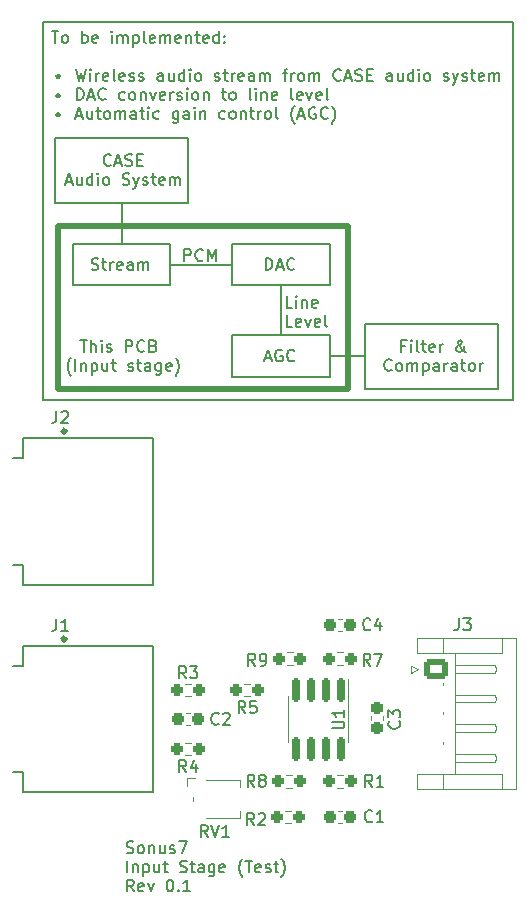
<source format=gto>
G04 #@! TF.GenerationSoftware,KiCad,Pcbnew,(6.0.0)*
G04 #@! TF.CreationDate,2022-04-12T03:55:14+02:00*
G04 #@! TF.ProjectId,input_stage,696e7075-745f-4737-9461-67652e6b6963,rev?*
G04 #@! TF.SameCoordinates,Original*
G04 #@! TF.FileFunction,Legend,Top*
G04 #@! TF.FilePolarity,Positive*
%FSLAX46Y46*%
G04 Gerber Fmt 4.6, Leading zero omitted, Abs format (unit mm)*
G04 Created by KiCad (PCBNEW (6.0.0)) date 2022-04-12 03:55:14*
%MOMM*%
%LPD*%
G01*
G04 APERTURE LIST*
G04 Aperture macros list*
%AMRoundRect*
0 Rectangle with rounded corners*
0 $1 Rounding radius*
0 $2 $3 $4 $5 $6 $7 $8 $9 X,Y pos of 4 corners*
0 Add a 4 corners polygon primitive as box body*
4,1,4,$2,$3,$4,$5,$6,$7,$8,$9,$2,$3,0*
0 Add four circle primitives for the rounded corners*
1,1,$1+$1,$2,$3*
1,1,$1+$1,$4,$5*
1,1,$1+$1,$6,$7*
1,1,$1+$1,$8,$9*
0 Add four rect primitives between the rounded corners*
20,1,$1+$1,$2,$3,$4,$5,0*
20,1,$1+$1,$4,$5,$6,$7,0*
20,1,$1+$1,$6,$7,$8,$9,0*
20,1,$1+$1,$8,$9,$2,$3,0*%
G04 Aperture macros list end*
%ADD10C,0.150000*%
%ADD11C,0.500000*%
%ADD12C,0.120000*%
%ADD13C,0.127000*%
%ADD14C,0.340000*%
%ADD15R,1.200000X1.200000*%
%ADD16R,1.500000X1.600000*%
%ADD17RoundRect,0.237500X-0.250000X-0.237500X0.250000X-0.237500X0.250000X0.237500X-0.250000X0.237500X0*%
%ADD18RoundRect,0.237500X0.300000X0.237500X-0.300000X0.237500X-0.300000X-0.237500X0.300000X-0.237500X0*%
%ADD19RoundRect,0.237500X0.237500X-0.300000X0.237500X0.300000X-0.237500X0.300000X-0.237500X-0.300000X0*%
%ADD20C,1.200000*%
%ADD21O,1.308000X2.616000*%
%ADD22O,2.616000X1.308000*%
%ADD23RoundRect,0.237500X-0.300000X-0.237500X0.300000X-0.237500X0.300000X0.237500X-0.300000X0.237500X0*%
%ADD24RoundRect,0.150000X-0.150000X0.825000X-0.150000X-0.825000X0.150000X-0.825000X0.150000X0.825000X0*%
%ADD25RoundRect,0.250000X-0.725000X0.600000X-0.725000X-0.600000X0.725000X-0.600000X0.725000X0.600000X0*%
%ADD26O,1.950000X1.700000*%
%ADD27C,6.400000*%
%ADD28RoundRect,0.237500X0.250000X0.237500X-0.250000X0.237500X-0.250000X-0.237500X0.250000X-0.237500X0*%
G04 APERTURE END LIST*
D10*
X84607142Y-80647380D02*
X85178571Y-80647380D01*
X84892857Y-81647380D02*
X84892857Y-80647380D01*
X85511904Y-81647380D02*
X85511904Y-80647380D01*
X85940476Y-81647380D02*
X85940476Y-81123571D01*
X85892857Y-81028333D01*
X85797619Y-80980714D01*
X85654761Y-80980714D01*
X85559523Y-81028333D01*
X85511904Y-81075952D01*
X86416666Y-81647380D02*
X86416666Y-80980714D01*
X86416666Y-80647380D02*
X86369047Y-80695000D01*
X86416666Y-80742619D01*
X86464285Y-80695000D01*
X86416666Y-80647380D01*
X86416666Y-80742619D01*
X86845238Y-81599761D02*
X86940476Y-81647380D01*
X87130952Y-81647380D01*
X87226190Y-81599761D01*
X87273809Y-81504523D01*
X87273809Y-81456904D01*
X87226190Y-81361666D01*
X87130952Y-81314047D01*
X86988095Y-81314047D01*
X86892857Y-81266428D01*
X86845238Y-81171190D01*
X86845238Y-81123571D01*
X86892857Y-81028333D01*
X86988095Y-80980714D01*
X87130952Y-80980714D01*
X87226190Y-81028333D01*
X88464285Y-81647380D02*
X88464285Y-80647380D01*
X88845238Y-80647380D01*
X88940476Y-80695000D01*
X88988095Y-80742619D01*
X89035714Y-80837857D01*
X89035714Y-80980714D01*
X88988095Y-81075952D01*
X88940476Y-81123571D01*
X88845238Y-81171190D01*
X88464285Y-81171190D01*
X90035714Y-81552142D02*
X89988095Y-81599761D01*
X89845238Y-81647380D01*
X89750000Y-81647380D01*
X89607142Y-81599761D01*
X89511904Y-81504523D01*
X89464285Y-81409285D01*
X89416666Y-81218809D01*
X89416666Y-81075952D01*
X89464285Y-80885476D01*
X89511904Y-80790238D01*
X89607142Y-80695000D01*
X89750000Y-80647380D01*
X89845238Y-80647380D01*
X89988095Y-80695000D01*
X90035714Y-80742619D01*
X90797619Y-81123571D02*
X90940476Y-81171190D01*
X90988095Y-81218809D01*
X91035714Y-81314047D01*
X91035714Y-81456904D01*
X90988095Y-81552142D01*
X90940476Y-81599761D01*
X90845238Y-81647380D01*
X90464285Y-81647380D01*
X90464285Y-80647380D01*
X90797619Y-80647380D01*
X90892857Y-80695000D01*
X90940476Y-80742619D01*
X90988095Y-80837857D01*
X90988095Y-80933095D01*
X90940476Y-81028333D01*
X90892857Y-81075952D01*
X90797619Y-81123571D01*
X90464285Y-81123571D01*
X83821428Y-83638333D02*
X83773809Y-83590714D01*
X83678571Y-83447857D01*
X83630952Y-83352619D01*
X83583333Y-83209761D01*
X83535714Y-82971666D01*
X83535714Y-82781190D01*
X83583333Y-82543095D01*
X83630952Y-82400238D01*
X83678571Y-82305000D01*
X83773809Y-82162142D01*
X83821428Y-82114523D01*
X84202380Y-83257380D02*
X84202380Y-82257380D01*
X84678571Y-82590714D02*
X84678571Y-83257380D01*
X84678571Y-82685952D02*
X84726190Y-82638333D01*
X84821428Y-82590714D01*
X84964285Y-82590714D01*
X85059523Y-82638333D01*
X85107142Y-82733571D01*
X85107142Y-83257380D01*
X85583333Y-82590714D02*
X85583333Y-83590714D01*
X85583333Y-82638333D02*
X85678571Y-82590714D01*
X85869047Y-82590714D01*
X85964285Y-82638333D01*
X86011904Y-82685952D01*
X86059523Y-82781190D01*
X86059523Y-83066904D01*
X86011904Y-83162142D01*
X85964285Y-83209761D01*
X85869047Y-83257380D01*
X85678571Y-83257380D01*
X85583333Y-83209761D01*
X86916666Y-82590714D02*
X86916666Y-83257380D01*
X86488095Y-82590714D02*
X86488095Y-83114523D01*
X86535714Y-83209761D01*
X86630952Y-83257380D01*
X86773809Y-83257380D01*
X86869047Y-83209761D01*
X86916666Y-83162142D01*
X87250000Y-82590714D02*
X87630952Y-82590714D01*
X87392857Y-82257380D02*
X87392857Y-83114523D01*
X87440476Y-83209761D01*
X87535714Y-83257380D01*
X87630952Y-83257380D01*
X88678571Y-83209761D02*
X88773809Y-83257380D01*
X88964285Y-83257380D01*
X89059523Y-83209761D01*
X89107142Y-83114523D01*
X89107142Y-83066904D01*
X89059523Y-82971666D01*
X88964285Y-82924047D01*
X88821428Y-82924047D01*
X88726190Y-82876428D01*
X88678571Y-82781190D01*
X88678571Y-82733571D01*
X88726190Y-82638333D01*
X88821428Y-82590714D01*
X88964285Y-82590714D01*
X89059523Y-82638333D01*
X89392857Y-82590714D02*
X89773809Y-82590714D01*
X89535714Y-82257380D02*
X89535714Y-83114523D01*
X89583333Y-83209761D01*
X89678571Y-83257380D01*
X89773809Y-83257380D01*
X90535714Y-83257380D02*
X90535714Y-82733571D01*
X90488095Y-82638333D01*
X90392857Y-82590714D01*
X90202380Y-82590714D01*
X90107142Y-82638333D01*
X90535714Y-83209761D02*
X90440476Y-83257380D01*
X90202380Y-83257380D01*
X90107142Y-83209761D01*
X90059523Y-83114523D01*
X90059523Y-83019285D01*
X90107142Y-82924047D01*
X90202380Y-82876428D01*
X90440476Y-82876428D01*
X90535714Y-82828809D01*
X91440476Y-82590714D02*
X91440476Y-83400238D01*
X91392857Y-83495476D01*
X91345238Y-83543095D01*
X91250000Y-83590714D01*
X91107142Y-83590714D01*
X91011904Y-83543095D01*
X91440476Y-83209761D02*
X91345238Y-83257380D01*
X91154761Y-83257380D01*
X91059523Y-83209761D01*
X91011904Y-83162142D01*
X90964285Y-83066904D01*
X90964285Y-82781190D01*
X91011904Y-82685952D01*
X91059523Y-82638333D01*
X91154761Y-82590714D01*
X91345238Y-82590714D01*
X91440476Y-82638333D01*
X92297619Y-83209761D02*
X92202380Y-83257380D01*
X92011904Y-83257380D01*
X91916666Y-83209761D01*
X91869047Y-83114523D01*
X91869047Y-82733571D01*
X91916666Y-82638333D01*
X92011904Y-82590714D01*
X92202380Y-82590714D01*
X92297619Y-82638333D01*
X92345238Y-82733571D01*
X92345238Y-82828809D01*
X91869047Y-82924047D01*
X92678571Y-83638333D02*
X92726190Y-83590714D01*
X92821428Y-83447857D01*
X92869047Y-83352619D01*
X92916666Y-83209761D01*
X92964285Y-82971666D01*
X92964285Y-82781190D01*
X92916666Y-82543095D01*
X92869047Y-82400238D01*
X92821428Y-82305000D01*
X92726190Y-82162142D01*
X92678571Y-82114523D01*
D11*
X82750000Y-71000000D02*
X107250000Y-71000000D01*
X107250000Y-71000000D02*
X107250000Y-84750000D01*
X107250000Y-84750000D02*
X82750000Y-84750000D01*
X82750000Y-84750000D02*
X82750000Y-71000000D01*
D10*
X108750000Y-79250000D02*
X120000000Y-79250000D01*
X120000000Y-79250000D02*
X120000000Y-84750000D01*
X120000000Y-84750000D02*
X108750000Y-84750000D01*
X108750000Y-84750000D02*
X108750000Y-79250000D01*
X112119047Y-81123571D02*
X111785714Y-81123571D01*
X111785714Y-81647380D02*
X111785714Y-80647380D01*
X112261904Y-80647380D01*
X112642857Y-81647380D02*
X112642857Y-80980714D01*
X112642857Y-80647380D02*
X112595238Y-80695000D01*
X112642857Y-80742619D01*
X112690476Y-80695000D01*
X112642857Y-80647380D01*
X112642857Y-80742619D01*
X113261904Y-81647380D02*
X113166666Y-81599761D01*
X113119047Y-81504523D01*
X113119047Y-80647380D01*
X113500000Y-80980714D02*
X113880952Y-80980714D01*
X113642857Y-80647380D02*
X113642857Y-81504523D01*
X113690476Y-81599761D01*
X113785714Y-81647380D01*
X113880952Y-81647380D01*
X114595238Y-81599761D02*
X114500000Y-81647380D01*
X114309523Y-81647380D01*
X114214285Y-81599761D01*
X114166666Y-81504523D01*
X114166666Y-81123571D01*
X114214285Y-81028333D01*
X114309523Y-80980714D01*
X114500000Y-80980714D01*
X114595238Y-81028333D01*
X114642857Y-81123571D01*
X114642857Y-81218809D01*
X114166666Y-81314047D01*
X115071428Y-81647380D02*
X115071428Y-80980714D01*
X115071428Y-81171190D02*
X115119047Y-81075952D01*
X115166666Y-81028333D01*
X115261904Y-80980714D01*
X115357142Y-80980714D01*
X117261904Y-81647380D02*
X117214285Y-81647380D01*
X117119047Y-81599761D01*
X116976190Y-81456904D01*
X116738095Y-81171190D01*
X116642857Y-81028333D01*
X116595238Y-80885476D01*
X116595238Y-80790238D01*
X116642857Y-80695000D01*
X116738095Y-80647380D01*
X116785714Y-80647380D01*
X116880952Y-80695000D01*
X116928571Y-80790238D01*
X116928571Y-80837857D01*
X116880952Y-80933095D01*
X116833333Y-80980714D01*
X116547619Y-81171190D01*
X116500000Y-81218809D01*
X116452380Y-81314047D01*
X116452380Y-81456904D01*
X116500000Y-81552142D01*
X116547619Y-81599761D01*
X116642857Y-81647380D01*
X116785714Y-81647380D01*
X116880952Y-81599761D01*
X116928571Y-81552142D01*
X117071428Y-81361666D01*
X117119047Y-81218809D01*
X117119047Y-81123571D01*
X110976190Y-83162142D02*
X110928571Y-83209761D01*
X110785714Y-83257380D01*
X110690476Y-83257380D01*
X110547619Y-83209761D01*
X110452380Y-83114523D01*
X110404761Y-83019285D01*
X110357142Y-82828809D01*
X110357142Y-82685952D01*
X110404761Y-82495476D01*
X110452380Y-82400238D01*
X110547619Y-82305000D01*
X110690476Y-82257380D01*
X110785714Y-82257380D01*
X110928571Y-82305000D01*
X110976190Y-82352619D01*
X111547619Y-83257380D02*
X111452380Y-83209761D01*
X111404761Y-83162142D01*
X111357142Y-83066904D01*
X111357142Y-82781190D01*
X111404761Y-82685952D01*
X111452380Y-82638333D01*
X111547619Y-82590714D01*
X111690476Y-82590714D01*
X111785714Y-82638333D01*
X111833333Y-82685952D01*
X111880952Y-82781190D01*
X111880952Y-83066904D01*
X111833333Y-83162142D01*
X111785714Y-83209761D01*
X111690476Y-83257380D01*
X111547619Y-83257380D01*
X112309523Y-83257380D02*
X112309523Y-82590714D01*
X112309523Y-82685952D02*
X112357142Y-82638333D01*
X112452380Y-82590714D01*
X112595238Y-82590714D01*
X112690476Y-82638333D01*
X112738095Y-82733571D01*
X112738095Y-83257380D01*
X112738095Y-82733571D02*
X112785714Y-82638333D01*
X112880952Y-82590714D01*
X113023809Y-82590714D01*
X113119047Y-82638333D01*
X113166666Y-82733571D01*
X113166666Y-83257380D01*
X113642857Y-82590714D02*
X113642857Y-83590714D01*
X113642857Y-82638333D02*
X113738095Y-82590714D01*
X113928571Y-82590714D01*
X114023809Y-82638333D01*
X114071428Y-82685952D01*
X114119047Y-82781190D01*
X114119047Y-83066904D01*
X114071428Y-83162142D01*
X114023809Y-83209761D01*
X113928571Y-83257380D01*
X113738095Y-83257380D01*
X113642857Y-83209761D01*
X114976190Y-83257380D02*
X114976190Y-82733571D01*
X114928571Y-82638333D01*
X114833333Y-82590714D01*
X114642857Y-82590714D01*
X114547619Y-82638333D01*
X114976190Y-83209761D02*
X114880952Y-83257380D01*
X114642857Y-83257380D01*
X114547619Y-83209761D01*
X114500000Y-83114523D01*
X114500000Y-83019285D01*
X114547619Y-82924047D01*
X114642857Y-82876428D01*
X114880952Y-82876428D01*
X114976190Y-82828809D01*
X115452380Y-83257380D02*
X115452380Y-82590714D01*
X115452380Y-82781190D02*
X115500000Y-82685952D01*
X115547619Y-82638333D01*
X115642857Y-82590714D01*
X115738095Y-82590714D01*
X116500000Y-83257380D02*
X116500000Y-82733571D01*
X116452380Y-82638333D01*
X116357142Y-82590714D01*
X116166666Y-82590714D01*
X116071428Y-82638333D01*
X116500000Y-83209761D02*
X116404761Y-83257380D01*
X116166666Y-83257380D01*
X116071428Y-83209761D01*
X116023809Y-83114523D01*
X116023809Y-83019285D01*
X116071428Y-82924047D01*
X116166666Y-82876428D01*
X116404761Y-82876428D01*
X116500000Y-82828809D01*
X116833333Y-82590714D02*
X117214285Y-82590714D01*
X116976190Y-82257380D02*
X116976190Y-83114523D01*
X117023809Y-83209761D01*
X117119047Y-83257380D01*
X117214285Y-83257380D01*
X117690476Y-83257380D02*
X117595238Y-83209761D01*
X117547619Y-83162142D01*
X117500000Y-83066904D01*
X117500000Y-82781190D01*
X117547619Y-82685952D01*
X117595238Y-82638333D01*
X117690476Y-82590714D01*
X117833333Y-82590714D01*
X117928571Y-82638333D01*
X117976190Y-82685952D01*
X118023809Y-82781190D01*
X118023809Y-83066904D01*
X117976190Y-83162142D01*
X117928571Y-83209761D01*
X117833333Y-83257380D01*
X117690476Y-83257380D01*
X118452380Y-83257380D02*
X118452380Y-82590714D01*
X118452380Y-82781190D02*
X118500000Y-82685952D01*
X118547619Y-82638333D01*
X118642857Y-82590714D01*
X118738095Y-82590714D01*
X105750000Y-82000000D02*
X108750000Y-82000000D01*
X102561785Y-77897380D02*
X102085595Y-77897380D01*
X102085595Y-76897380D01*
X102895119Y-77897380D02*
X102895119Y-77230714D01*
X102895119Y-76897380D02*
X102847500Y-76945000D01*
X102895119Y-76992619D01*
X102942738Y-76945000D01*
X102895119Y-76897380D01*
X102895119Y-76992619D01*
X103371309Y-77230714D02*
X103371309Y-77897380D01*
X103371309Y-77325952D02*
X103418928Y-77278333D01*
X103514166Y-77230714D01*
X103657023Y-77230714D01*
X103752261Y-77278333D01*
X103799880Y-77373571D01*
X103799880Y-77897380D01*
X104657023Y-77849761D02*
X104561785Y-77897380D01*
X104371309Y-77897380D01*
X104276071Y-77849761D01*
X104228452Y-77754523D01*
X104228452Y-77373571D01*
X104276071Y-77278333D01*
X104371309Y-77230714D01*
X104561785Y-77230714D01*
X104657023Y-77278333D01*
X104704642Y-77373571D01*
X104704642Y-77468809D01*
X104228452Y-77564047D01*
X102561785Y-79507380D02*
X102085595Y-79507380D01*
X102085595Y-78507380D01*
X103276071Y-79459761D02*
X103180833Y-79507380D01*
X102990357Y-79507380D01*
X102895119Y-79459761D01*
X102847500Y-79364523D01*
X102847500Y-78983571D01*
X102895119Y-78888333D01*
X102990357Y-78840714D01*
X103180833Y-78840714D01*
X103276071Y-78888333D01*
X103323690Y-78983571D01*
X103323690Y-79078809D01*
X102847500Y-79174047D01*
X103657023Y-78840714D02*
X103895119Y-79507380D01*
X104133214Y-78840714D01*
X104895119Y-79459761D02*
X104799880Y-79507380D01*
X104609404Y-79507380D01*
X104514166Y-79459761D01*
X104466547Y-79364523D01*
X104466547Y-78983571D01*
X104514166Y-78888333D01*
X104609404Y-78840714D01*
X104799880Y-78840714D01*
X104895119Y-78888333D01*
X104942738Y-78983571D01*
X104942738Y-79078809D01*
X104466547Y-79174047D01*
X105514166Y-79507380D02*
X105418928Y-79459761D01*
X105371309Y-79364523D01*
X105371309Y-78507380D01*
X101625000Y-76000000D02*
X101625000Y-80250000D01*
X97500000Y-80250000D02*
X105750000Y-80250000D01*
X105750000Y-80250000D02*
X105750000Y-83750000D01*
X105750000Y-83750000D02*
X97500000Y-83750000D01*
X97500000Y-83750000D02*
X97500000Y-80250000D01*
X100261904Y-82166666D02*
X100738095Y-82166666D01*
X100166666Y-82452380D02*
X100500000Y-81452380D01*
X100833333Y-82452380D01*
X101690476Y-81500000D02*
X101595238Y-81452380D01*
X101452380Y-81452380D01*
X101309523Y-81500000D01*
X101214285Y-81595238D01*
X101166666Y-81690476D01*
X101119047Y-81880952D01*
X101119047Y-82023809D01*
X101166666Y-82214285D01*
X101214285Y-82309523D01*
X101309523Y-82404761D01*
X101452380Y-82452380D01*
X101547619Y-82452380D01*
X101690476Y-82404761D01*
X101738095Y-82357142D01*
X101738095Y-82023809D01*
X101547619Y-82023809D01*
X102738095Y-82357142D02*
X102690476Y-82404761D01*
X102547619Y-82452380D01*
X102452380Y-82452380D01*
X102309523Y-82404761D01*
X102214285Y-82309523D01*
X102166666Y-82214285D01*
X102119047Y-82023809D01*
X102119047Y-81880952D01*
X102166666Y-81690476D01*
X102214285Y-81595238D01*
X102309523Y-81500000D01*
X102452380Y-81452380D01*
X102547619Y-81452380D01*
X102690476Y-81500000D01*
X102738095Y-81547619D01*
X88125000Y-69000000D02*
X88125000Y-72500000D01*
X93416666Y-73952380D02*
X93416666Y-72952380D01*
X93797619Y-72952380D01*
X93892857Y-73000000D01*
X93940476Y-73047619D01*
X93988095Y-73142857D01*
X93988095Y-73285714D01*
X93940476Y-73380952D01*
X93892857Y-73428571D01*
X93797619Y-73476190D01*
X93416666Y-73476190D01*
X94988095Y-73857142D02*
X94940476Y-73904761D01*
X94797619Y-73952380D01*
X94702380Y-73952380D01*
X94559523Y-73904761D01*
X94464285Y-73809523D01*
X94416666Y-73714285D01*
X94369047Y-73523809D01*
X94369047Y-73380952D01*
X94416666Y-73190476D01*
X94464285Y-73095238D01*
X94559523Y-73000000D01*
X94702380Y-72952380D01*
X94797619Y-72952380D01*
X94940476Y-73000000D01*
X94988095Y-73047619D01*
X95416666Y-73952380D02*
X95416666Y-72952380D01*
X95750000Y-73666666D01*
X96083333Y-72952380D01*
X96083333Y-73952380D01*
X87202380Y-65802142D02*
X87154761Y-65849761D01*
X87011904Y-65897380D01*
X86916666Y-65897380D01*
X86773809Y-65849761D01*
X86678571Y-65754523D01*
X86630952Y-65659285D01*
X86583333Y-65468809D01*
X86583333Y-65325952D01*
X86630952Y-65135476D01*
X86678571Y-65040238D01*
X86773809Y-64945000D01*
X86916666Y-64897380D01*
X87011904Y-64897380D01*
X87154761Y-64945000D01*
X87202380Y-64992619D01*
X87583333Y-65611666D02*
X88059523Y-65611666D01*
X87488095Y-65897380D02*
X87821428Y-64897380D01*
X88154761Y-65897380D01*
X88440476Y-65849761D02*
X88583333Y-65897380D01*
X88821428Y-65897380D01*
X88916666Y-65849761D01*
X88964285Y-65802142D01*
X89011904Y-65706904D01*
X89011904Y-65611666D01*
X88964285Y-65516428D01*
X88916666Y-65468809D01*
X88821428Y-65421190D01*
X88630952Y-65373571D01*
X88535714Y-65325952D01*
X88488095Y-65278333D01*
X88440476Y-65183095D01*
X88440476Y-65087857D01*
X88488095Y-64992619D01*
X88535714Y-64945000D01*
X88630952Y-64897380D01*
X88869047Y-64897380D01*
X89011904Y-64945000D01*
X89440476Y-65373571D02*
X89773809Y-65373571D01*
X89916666Y-65897380D02*
X89440476Y-65897380D01*
X89440476Y-64897380D01*
X89916666Y-64897380D01*
X83392857Y-67221666D02*
X83869047Y-67221666D01*
X83297619Y-67507380D02*
X83630952Y-66507380D01*
X83964285Y-67507380D01*
X84726190Y-66840714D02*
X84726190Y-67507380D01*
X84297619Y-66840714D02*
X84297619Y-67364523D01*
X84345238Y-67459761D01*
X84440476Y-67507380D01*
X84583333Y-67507380D01*
X84678571Y-67459761D01*
X84726190Y-67412142D01*
X85630952Y-67507380D02*
X85630952Y-66507380D01*
X85630952Y-67459761D02*
X85535714Y-67507380D01*
X85345238Y-67507380D01*
X85250000Y-67459761D01*
X85202380Y-67412142D01*
X85154761Y-67316904D01*
X85154761Y-67031190D01*
X85202380Y-66935952D01*
X85250000Y-66888333D01*
X85345238Y-66840714D01*
X85535714Y-66840714D01*
X85630952Y-66888333D01*
X86107142Y-67507380D02*
X86107142Y-66840714D01*
X86107142Y-66507380D02*
X86059523Y-66555000D01*
X86107142Y-66602619D01*
X86154761Y-66555000D01*
X86107142Y-66507380D01*
X86107142Y-66602619D01*
X86726190Y-67507380D02*
X86630952Y-67459761D01*
X86583333Y-67412142D01*
X86535714Y-67316904D01*
X86535714Y-67031190D01*
X86583333Y-66935952D01*
X86630952Y-66888333D01*
X86726190Y-66840714D01*
X86869047Y-66840714D01*
X86964285Y-66888333D01*
X87011904Y-66935952D01*
X87059523Y-67031190D01*
X87059523Y-67316904D01*
X87011904Y-67412142D01*
X86964285Y-67459761D01*
X86869047Y-67507380D01*
X86726190Y-67507380D01*
X88202380Y-67459761D02*
X88345238Y-67507380D01*
X88583333Y-67507380D01*
X88678571Y-67459761D01*
X88726190Y-67412142D01*
X88773809Y-67316904D01*
X88773809Y-67221666D01*
X88726190Y-67126428D01*
X88678571Y-67078809D01*
X88583333Y-67031190D01*
X88392857Y-66983571D01*
X88297619Y-66935952D01*
X88250000Y-66888333D01*
X88202380Y-66793095D01*
X88202380Y-66697857D01*
X88250000Y-66602619D01*
X88297619Y-66555000D01*
X88392857Y-66507380D01*
X88630952Y-66507380D01*
X88773809Y-66555000D01*
X89107142Y-66840714D02*
X89345238Y-67507380D01*
X89583333Y-66840714D02*
X89345238Y-67507380D01*
X89250000Y-67745476D01*
X89202380Y-67793095D01*
X89107142Y-67840714D01*
X89916666Y-67459761D02*
X90011904Y-67507380D01*
X90202380Y-67507380D01*
X90297619Y-67459761D01*
X90345238Y-67364523D01*
X90345238Y-67316904D01*
X90297619Y-67221666D01*
X90202380Y-67174047D01*
X90059523Y-67174047D01*
X89964285Y-67126428D01*
X89916666Y-67031190D01*
X89916666Y-66983571D01*
X89964285Y-66888333D01*
X90059523Y-66840714D01*
X90202380Y-66840714D01*
X90297619Y-66888333D01*
X90630952Y-66840714D02*
X91011904Y-66840714D01*
X90773809Y-66507380D02*
X90773809Y-67364523D01*
X90821428Y-67459761D01*
X90916666Y-67507380D01*
X91011904Y-67507380D01*
X91726190Y-67459761D02*
X91630952Y-67507380D01*
X91440476Y-67507380D01*
X91345238Y-67459761D01*
X91297619Y-67364523D01*
X91297619Y-66983571D01*
X91345238Y-66888333D01*
X91440476Y-66840714D01*
X91630952Y-66840714D01*
X91726190Y-66888333D01*
X91773809Y-66983571D01*
X91773809Y-67078809D01*
X91297619Y-67174047D01*
X92202380Y-67507380D02*
X92202380Y-66840714D01*
X92202380Y-66935952D02*
X92250000Y-66888333D01*
X92345238Y-66840714D01*
X92488095Y-66840714D01*
X92583333Y-66888333D01*
X92630952Y-66983571D01*
X92630952Y-67507380D01*
X92630952Y-66983571D02*
X92678571Y-66888333D01*
X92773809Y-66840714D01*
X92916666Y-66840714D01*
X93011904Y-66888333D01*
X93059523Y-66983571D01*
X93059523Y-67507380D01*
X82500000Y-63500000D02*
X93750000Y-63500000D01*
X93750000Y-63500000D02*
X93750000Y-69000000D01*
X93750000Y-69000000D02*
X82500000Y-69000000D01*
X82500000Y-69000000D02*
X82500000Y-63500000D01*
X97500000Y-74250000D02*
X92250000Y-74250000D01*
X97500000Y-72500000D02*
X105750000Y-72500000D01*
X105750000Y-72500000D02*
X105750000Y-76000000D01*
X105750000Y-76000000D02*
X97500000Y-76000000D01*
X97500000Y-76000000D02*
X97500000Y-72500000D01*
X100309523Y-74702380D02*
X100309523Y-73702380D01*
X100547619Y-73702380D01*
X100690476Y-73750000D01*
X100785714Y-73845238D01*
X100833333Y-73940476D01*
X100880952Y-74130952D01*
X100880952Y-74273809D01*
X100833333Y-74464285D01*
X100785714Y-74559523D01*
X100690476Y-74654761D01*
X100547619Y-74702380D01*
X100309523Y-74702380D01*
X101261904Y-74416666D02*
X101738095Y-74416666D01*
X101166666Y-74702380D02*
X101500000Y-73702380D01*
X101833333Y-74702380D01*
X102738095Y-74607142D02*
X102690476Y-74654761D01*
X102547619Y-74702380D01*
X102452380Y-74702380D01*
X102309523Y-74654761D01*
X102214285Y-74559523D01*
X102166666Y-74464285D01*
X102119047Y-74273809D01*
X102119047Y-74130952D01*
X102166666Y-73940476D01*
X102214285Y-73845238D01*
X102309523Y-73750000D01*
X102452380Y-73702380D01*
X102547619Y-73702380D01*
X102690476Y-73750000D01*
X102738095Y-73797619D01*
X85571428Y-74654761D02*
X85714285Y-74702380D01*
X85952380Y-74702380D01*
X86047619Y-74654761D01*
X86095238Y-74607142D01*
X86142857Y-74511904D01*
X86142857Y-74416666D01*
X86095238Y-74321428D01*
X86047619Y-74273809D01*
X85952380Y-74226190D01*
X85761904Y-74178571D01*
X85666666Y-74130952D01*
X85619047Y-74083333D01*
X85571428Y-73988095D01*
X85571428Y-73892857D01*
X85619047Y-73797619D01*
X85666666Y-73750000D01*
X85761904Y-73702380D01*
X86000000Y-73702380D01*
X86142857Y-73750000D01*
X86428571Y-74035714D02*
X86809523Y-74035714D01*
X86571428Y-73702380D02*
X86571428Y-74559523D01*
X86619047Y-74654761D01*
X86714285Y-74702380D01*
X86809523Y-74702380D01*
X87142857Y-74702380D02*
X87142857Y-74035714D01*
X87142857Y-74226190D02*
X87190476Y-74130952D01*
X87238095Y-74083333D01*
X87333333Y-74035714D01*
X87428571Y-74035714D01*
X88142857Y-74654761D02*
X88047619Y-74702380D01*
X87857142Y-74702380D01*
X87761904Y-74654761D01*
X87714285Y-74559523D01*
X87714285Y-74178571D01*
X87761904Y-74083333D01*
X87857142Y-74035714D01*
X88047619Y-74035714D01*
X88142857Y-74083333D01*
X88190476Y-74178571D01*
X88190476Y-74273809D01*
X87714285Y-74369047D01*
X89047619Y-74702380D02*
X89047619Y-74178571D01*
X89000000Y-74083333D01*
X88904761Y-74035714D01*
X88714285Y-74035714D01*
X88619047Y-74083333D01*
X89047619Y-74654761D02*
X88952380Y-74702380D01*
X88714285Y-74702380D01*
X88619047Y-74654761D01*
X88571428Y-74559523D01*
X88571428Y-74464285D01*
X88619047Y-74369047D01*
X88714285Y-74321428D01*
X88952380Y-74321428D01*
X89047619Y-74273809D01*
X89523809Y-74702380D02*
X89523809Y-74035714D01*
X89523809Y-74130952D02*
X89571428Y-74083333D01*
X89666666Y-74035714D01*
X89809523Y-74035714D01*
X89904761Y-74083333D01*
X89952380Y-74178571D01*
X89952380Y-74702380D01*
X89952380Y-74178571D02*
X90000000Y-74083333D01*
X90095238Y-74035714D01*
X90238095Y-74035714D01*
X90333333Y-74083333D01*
X90380952Y-74178571D01*
X90380952Y-74702380D01*
X84000000Y-72500000D02*
X92250000Y-72500000D01*
X92250000Y-72500000D02*
X92250000Y-76000000D01*
X92250000Y-76000000D02*
X84000000Y-76000000D01*
X84000000Y-76000000D02*
X84000000Y-72500000D01*
X82192738Y-54482380D02*
X82764166Y-54482380D01*
X82478452Y-55482380D02*
X82478452Y-54482380D01*
X83240357Y-55482380D02*
X83145119Y-55434761D01*
X83097500Y-55387142D01*
X83049880Y-55291904D01*
X83049880Y-55006190D01*
X83097500Y-54910952D01*
X83145119Y-54863333D01*
X83240357Y-54815714D01*
X83383214Y-54815714D01*
X83478452Y-54863333D01*
X83526071Y-54910952D01*
X83573690Y-55006190D01*
X83573690Y-55291904D01*
X83526071Y-55387142D01*
X83478452Y-55434761D01*
X83383214Y-55482380D01*
X83240357Y-55482380D01*
X84764166Y-55482380D02*
X84764166Y-54482380D01*
X84764166Y-54863333D02*
X84859404Y-54815714D01*
X85049880Y-54815714D01*
X85145119Y-54863333D01*
X85192738Y-54910952D01*
X85240357Y-55006190D01*
X85240357Y-55291904D01*
X85192738Y-55387142D01*
X85145119Y-55434761D01*
X85049880Y-55482380D01*
X84859404Y-55482380D01*
X84764166Y-55434761D01*
X86049880Y-55434761D02*
X85954642Y-55482380D01*
X85764166Y-55482380D01*
X85668928Y-55434761D01*
X85621309Y-55339523D01*
X85621309Y-54958571D01*
X85668928Y-54863333D01*
X85764166Y-54815714D01*
X85954642Y-54815714D01*
X86049880Y-54863333D01*
X86097500Y-54958571D01*
X86097500Y-55053809D01*
X85621309Y-55149047D01*
X87287976Y-55482380D02*
X87287976Y-54815714D01*
X87287976Y-54482380D02*
X87240357Y-54530000D01*
X87287976Y-54577619D01*
X87335595Y-54530000D01*
X87287976Y-54482380D01*
X87287976Y-54577619D01*
X87764166Y-55482380D02*
X87764166Y-54815714D01*
X87764166Y-54910952D02*
X87811785Y-54863333D01*
X87907023Y-54815714D01*
X88049880Y-54815714D01*
X88145119Y-54863333D01*
X88192738Y-54958571D01*
X88192738Y-55482380D01*
X88192738Y-54958571D02*
X88240357Y-54863333D01*
X88335595Y-54815714D01*
X88478452Y-54815714D01*
X88573690Y-54863333D01*
X88621309Y-54958571D01*
X88621309Y-55482380D01*
X89097500Y-54815714D02*
X89097500Y-55815714D01*
X89097500Y-54863333D02*
X89192738Y-54815714D01*
X89383214Y-54815714D01*
X89478452Y-54863333D01*
X89526071Y-54910952D01*
X89573690Y-55006190D01*
X89573690Y-55291904D01*
X89526071Y-55387142D01*
X89478452Y-55434761D01*
X89383214Y-55482380D01*
X89192738Y-55482380D01*
X89097500Y-55434761D01*
X90145119Y-55482380D02*
X90049880Y-55434761D01*
X90002261Y-55339523D01*
X90002261Y-54482380D01*
X90907023Y-55434761D02*
X90811785Y-55482380D01*
X90621309Y-55482380D01*
X90526071Y-55434761D01*
X90478452Y-55339523D01*
X90478452Y-54958571D01*
X90526071Y-54863333D01*
X90621309Y-54815714D01*
X90811785Y-54815714D01*
X90907023Y-54863333D01*
X90954642Y-54958571D01*
X90954642Y-55053809D01*
X90478452Y-55149047D01*
X91383214Y-55482380D02*
X91383214Y-54815714D01*
X91383214Y-54910952D02*
X91430833Y-54863333D01*
X91526071Y-54815714D01*
X91668928Y-54815714D01*
X91764166Y-54863333D01*
X91811785Y-54958571D01*
X91811785Y-55482380D01*
X91811785Y-54958571D02*
X91859404Y-54863333D01*
X91954642Y-54815714D01*
X92097500Y-54815714D01*
X92192738Y-54863333D01*
X92240357Y-54958571D01*
X92240357Y-55482380D01*
X93097500Y-55434761D02*
X93002261Y-55482380D01*
X92811785Y-55482380D01*
X92716547Y-55434761D01*
X92668928Y-55339523D01*
X92668928Y-54958571D01*
X92716547Y-54863333D01*
X92811785Y-54815714D01*
X93002261Y-54815714D01*
X93097500Y-54863333D01*
X93145119Y-54958571D01*
X93145119Y-55053809D01*
X92668928Y-55149047D01*
X93573690Y-54815714D02*
X93573690Y-55482380D01*
X93573690Y-54910952D02*
X93621309Y-54863333D01*
X93716547Y-54815714D01*
X93859404Y-54815714D01*
X93954642Y-54863333D01*
X94002261Y-54958571D01*
X94002261Y-55482380D01*
X94335595Y-54815714D02*
X94716547Y-54815714D01*
X94478452Y-54482380D02*
X94478452Y-55339523D01*
X94526071Y-55434761D01*
X94621309Y-55482380D01*
X94716547Y-55482380D01*
X95430833Y-55434761D02*
X95335595Y-55482380D01*
X95145119Y-55482380D01*
X95049880Y-55434761D01*
X95002261Y-55339523D01*
X95002261Y-54958571D01*
X95049880Y-54863333D01*
X95145119Y-54815714D01*
X95335595Y-54815714D01*
X95430833Y-54863333D01*
X95478452Y-54958571D01*
X95478452Y-55053809D01*
X95002261Y-55149047D01*
X96335595Y-55482380D02*
X96335595Y-54482380D01*
X96335595Y-55434761D02*
X96240357Y-55482380D01*
X96049880Y-55482380D01*
X95954642Y-55434761D01*
X95907023Y-55387142D01*
X95859404Y-55291904D01*
X95859404Y-55006190D01*
X95907023Y-54910952D01*
X95954642Y-54863333D01*
X96049880Y-54815714D01*
X96240357Y-54815714D01*
X96335595Y-54863333D01*
X96811785Y-55387142D02*
X96859404Y-55434761D01*
X96811785Y-55482380D01*
X96764166Y-55434761D01*
X96811785Y-55387142D01*
X96811785Y-55482380D01*
X96811785Y-54863333D02*
X96859404Y-54910952D01*
X96811785Y-54958571D01*
X96764166Y-54910952D01*
X96811785Y-54863333D01*
X96811785Y-54958571D01*
X82621309Y-58226190D02*
X82621309Y-58416666D01*
X82668928Y-58416666D02*
X82668928Y-58226190D01*
X82716547Y-58178571D02*
X82716547Y-58464285D01*
X82764166Y-58416666D02*
X82764166Y-58226190D01*
X82811785Y-58226190D02*
X82811785Y-58416666D01*
X82621309Y-58369047D02*
X82716547Y-58464285D01*
X82811785Y-58369047D01*
X82621309Y-58273809D02*
X82716547Y-58178571D01*
X82811785Y-58273809D01*
X82621309Y-58226190D02*
X82716547Y-58178571D01*
X82811785Y-58226190D01*
X82859404Y-58321428D01*
X82811785Y-58416666D01*
X82716547Y-58464285D01*
X82621309Y-58416666D01*
X82573690Y-58321428D01*
X82621309Y-58226190D01*
X84240357Y-57702380D02*
X84478452Y-58702380D01*
X84668928Y-57988095D01*
X84859404Y-58702380D01*
X85097500Y-57702380D01*
X85478452Y-58702380D02*
X85478452Y-58035714D01*
X85478452Y-57702380D02*
X85430833Y-57750000D01*
X85478452Y-57797619D01*
X85526071Y-57750000D01*
X85478452Y-57702380D01*
X85478452Y-57797619D01*
X85954642Y-58702380D02*
X85954642Y-58035714D01*
X85954642Y-58226190D02*
X86002261Y-58130952D01*
X86049880Y-58083333D01*
X86145119Y-58035714D01*
X86240357Y-58035714D01*
X86954642Y-58654761D02*
X86859404Y-58702380D01*
X86668928Y-58702380D01*
X86573690Y-58654761D01*
X86526071Y-58559523D01*
X86526071Y-58178571D01*
X86573690Y-58083333D01*
X86668928Y-58035714D01*
X86859404Y-58035714D01*
X86954642Y-58083333D01*
X87002261Y-58178571D01*
X87002261Y-58273809D01*
X86526071Y-58369047D01*
X87573690Y-58702380D02*
X87478452Y-58654761D01*
X87430833Y-58559523D01*
X87430833Y-57702380D01*
X88335595Y-58654761D02*
X88240357Y-58702380D01*
X88049880Y-58702380D01*
X87954642Y-58654761D01*
X87907023Y-58559523D01*
X87907023Y-58178571D01*
X87954642Y-58083333D01*
X88049880Y-58035714D01*
X88240357Y-58035714D01*
X88335595Y-58083333D01*
X88383214Y-58178571D01*
X88383214Y-58273809D01*
X87907023Y-58369047D01*
X88764166Y-58654761D02*
X88859404Y-58702380D01*
X89049880Y-58702380D01*
X89145119Y-58654761D01*
X89192738Y-58559523D01*
X89192738Y-58511904D01*
X89145119Y-58416666D01*
X89049880Y-58369047D01*
X88907023Y-58369047D01*
X88811785Y-58321428D01*
X88764166Y-58226190D01*
X88764166Y-58178571D01*
X88811785Y-58083333D01*
X88907023Y-58035714D01*
X89049880Y-58035714D01*
X89145119Y-58083333D01*
X89573690Y-58654761D02*
X89668928Y-58702380D01*
X89859404Y-58702380D01*
X89954642Y-58654761D01*
X90002261Y-58559523D01*
X90002261Y-58511904D01*
X89954642Y-58416666D01*
X89859404Y-58369047D01*
X89716547Y-58369047D01*
X89621309Y-58321428D01*
X89573690Y-58226190D01*
X89573690Y-58178571D01*
X89621309Y-58083333D01*
X89716547Y-58035714D01*
X89859404Y-58035714D01*
X89954642Y-58083333D01*
X91621309Y-58702380D02*
X91621309Y-58178571D01*
X91573690Y-58083333D01*
X91478452Y-58035714D01*
X91287976Y-58035714D01*
X91192738Y-58083333D01*
X91621309Y-58654761D02*
X91526071Y-58702380D01*
X91287976Y-58702380D01*
X91192738Y-58654761D01*
X91145119Y-58559523D01*
X91145119Y-58464285D01*
X91192738Y-58369047D01*
X91287976Y-58321428D01*
X91526071Y-58321428D01*
X91621309Y-58273809D01*
X92526071Y-58035714D02*
X92526071Y-58702380D01*
X92097500Y-58035714D02*
X92097500Y-58559523D01*
X92145119Y-58654761D01*
X92240357Y-58702380D01*
X92383214Y-58702380D01*
X92478452Y-58654761D01*
X92526071Y-58607142D01*
X93430833Y-58702380D02*
X93430833Y-57702380D01*
X93430833Y-58654761D02*
X93335595Y-58702380D01*
X93145119Y-58702380D01*
X93049880Y-58654761D01*
X93002261Y-58607142D01*
X92954642Y-58511904D01*
X92954642Y-58226190D01*
X93002261Y-58130952D01*
X93049880Y-58083333D01*
X93145119Y-58035714D01*
X93335595Y-58035714D01*
X93430833Y-58083333D01*
X93907023Y-58702380D02*
X93907023Y-58035714D01*
X93907023Y-57702380D02*
X93859404Y-57750000D01*
X93907023Y-57797619D01*
X93954642Y-57750000D01*
X93907023Y-57702380D01*
X93907023Y-57797619D01*
X94526071Y-58702380D02*
X94430833Y-58654761D01*
X94383214Y-58607142D01*
X94335595Y-58511904D01*
X94335595Y-58226190D01*
X94383214Y-58130952D01*
X94430833Y-58083333D01*
X94526071Y-58035714D01*
X94668928Y-58035714D01*
X94764166Y-58083333D01*
X94811785Y-58130952D01*
X94859404Y-58226190D01*
X94859404Y-58511904D01*
X94811785Y-58607142D01*
X94764166Y-58654761D01*
X94668928Y-58702380D01*
X94526071Y-58702380D01*
X96002261Y-58654761D02*
X96097500Y-58702380D01*
X96287976Y-58702380D01*
X96383214Y-58654761D01*
X96430833Y-58559523D01*
X96430833Y-58511904D01*
X96383214Y-58416666D01*
X96287976Y-58369047D01*
X96145119Y-58369047D01*
X96049880Y-58321428D01*
X96002261Y-58226190D01*
X96002261Y-58178571D01*
X96049880Y-58083333D01*
X96145119Y-58035714D01*
X96287976Y-58035714D01*
X96383214Y-58083333D01*
X96716547Y-58035714D02*
X97097500Y-58035714D01*
X96859404Y-57702380D02*
X96859404Y-58559523D01*
X96907023Y-58654761D01*
X97002261Y-58702380D01*
X97097500Y-58702380D01*
X97430833Y-58702380D02*
X97430833Y-58035714D01*
X97430833Y-58226190D02*
X97478452Y-58130952D01*
X97526071Y-58083333D01*
X97621309Y-58035714D01*
X97716547Y-58035714D01*
X98430833Y-58654761D02*
X98335595Y-58702380D01*
X98145119Y-58702380D01*
X98049880Y-58654761D01*
X98002261Y-58559523D01*
X98002261Y-58178571D01*
X98049880Y-58083333D01*
X98145119Y-58035714D01*
X98335595Y-58035714D01*
X98430833Y-58083333D01*
X98478452Y-58178571D01*
X98478452Y-58273809D01*
X98002261Y-58369047D01*
X99335595Y-58702380D02*
X99335595Y-58178571D01*
X99287976Y-58083333D01*
X99192738Y-58035714D01*
X99002261Y-58035714D01*
X98907023Y-58083333D01*
X99335595Y-58654761D02*
X99240357Y-58702380D01*
X99002261Y-58702380D01*
X98907023Y-58654761D01*
X98859404Y-58559523D01*
X98859404Y-58464285D01*
X98907023Y-58369047D01*
X99002261Y-58321428D01*
X99240357Y-58321428D01*
X99335595Y-58273809D01*
X99811785Y-58702380D02*
X99811785Y-58035714D01*
X99811785Y-58130952D02*
X99859404Y-58083333D01*
X99954642Y-58035714D01*
X100097500Y-58035714D01*
X100192738Y-58083333D01*
X100240357Y-58178571D01*
X100240357Y-58702380D01*
X100240357Y-58178571D02*
X100287976Y-58083333D01*
X100383214Y-58035714D01*
X100526071Y-58035714D01*
X100621309Y-58083333D01*
X100668928Y-58178571D01*
X100668928Y-58702380D01*
X101764166Y-58035714D02*
X102145119Y-58035714D01*
X101907023Y-58702380D02*
X101907023Y-57845238D01*
X101954642Y-57750000D01*
X102049880Y-57702380D01*
X102145119Y-57702380D01*
X102478452Y-58702380D02*
X102478452Y-58035714D01*
X102478452Y-58226190D02*
X102526071Y-58130952D01*
X102573690Y-58083333D01*
X102668928Y-58035714D01*
X102764166Y-58035714D01*
X103240357Y-58702380D02*
X103145119Y-58654761D01*
X103097500Y-58607142D01*
X103049880Y-58511904D01*
X103049880Y-58226190D01*
X103097500Y-58130952D01*
X103145119Y-58083333D01*
X103240357Y-58035714D01*
X103383214Y-58035714D01*
X103478452Y-58083333D01*
X103526071Y-58130952D01*
X103573690Y-58226190D01*
X103573690Y-58511904D01*
X103526071Y-58607142D01*
X103478452Y-58654761D01*
X103383214Y-58702380D01*
X103240357Y-58702380D01*
X104002261Y-58702380D02*
X104002261Y-58035714D01*
X104002261Y-58130952D02*
X104049880Y-58083333D01*
X104145119Y-58035714D01*
X104287976Y-58035714D01*
X104383214Y-58083333D01*
X104430833Y-58178571D01*
X104430833Y-58702380D01*
X104430833Y-58178571D02*
X104478452Y-58083333D01*
X104573690Y-58035714D01*
X104716547Y-58035714D01*
X104811785Y-58083333D01*
X104859404Y-58178571D01*
X104859404Y-58702380D01*
X106668928Y-58607142D02*
X106621309Y-58654761D01*
X106478452Y-58702380D01*
X106383214Y-58702380D01*
X106240357Y-58654761D01*
X106145119Y-58559523D01*
X106097500Y-58464285D01*
X106049880Y-58273809D01*
X106049880Y-58130952D01*
X106097500Y-57940476D01*
X106145119Y-57845238D01*
X106240357Y-57750000D01*
X106383214Y-57702380D01*
X106478452Y-57702380D01*
X106621309Y-57750000D01*
X106668928Y-57797619D01*
X107049880Y-58416666D02*
X107526071Y-58416666D01*
X106954642Y-58702380D02*
X107287976Y-57702380D01*
X107621309Y-58702380D01*
X107907023Y-58654761D02*
X108049880Y-58702380D01*
X108287976Y-58702380D01*
X108383214Y-58654761D01*
X108430833Y-58607142D01*
X108478452Y-58511904D01*
X108478452Y-58416666D01*
X108430833Y-58321428D01*
X108383214Y-58273809D01*
X108287976Y-58226190D01*
X108097500Y-58178571D01*
X108002261Y-58130952D01*
X107954642Y-58083333D01*
X107907023Y-57988095D01*
X107907023Y-57892857D01*
X107954642Y-57797619D01*
X108002261Y-57750000D01*
X108097500Y-57702380D01*
X108335595Y-57702380D01*
X108478452Y-57750000D01*
X108907023Y-58178571D02*
X109240357Y-58178571D01*
X109383214Y-58702380D02*
X108907023Y-58702380D01*
X108907023Y-57702380D01*
X109383214Y-57702380D01*
X111002261Y-58702380D02*
X111002261Y-58178571D01*
X110954642Y-58083333D01*
X110859404Y-58035714D01*
X110668928Y-58035714D01*
X110573690Y-58083333D01*
X111002261Y-58654761D02*
X110907023Y-58702380D01*
X110668928Y-58702380D01*
X110573690Y-58654761D01*
X110526071Y-58559523D01*
X110526071Y-58464285D01*
X110573690Y-58369047D01*
X110668928Y-58321428D01*
X110907023Y-58321428D01*
X111002261Y-58273809D01*
X111907023Y-58035714D02*
X111907023Y-58702380D01*
X111478452Y-58035714D02*
X111478452Y-58559523D01*
X111526071Y-58654761D01*
X111621309Y-58702380D01*
X111764166Y-58702380D01*
X111859404Y-58654761D01*
X111907023Y-58607142D01*
X112811785Y-58702380D02*
X112811785Y-57702380D01*
X112811785Y-58654761D02*
X112716547Y-58702380D01*
X112526071Y-58702380D01*
X112430833Y-58654761D01*
X112383214Y-58607142D01*
X112335595Y-58511904D01*
X112335595Y-58226190D01*
X112383214Y-58130952D01*
X112430833Y-58083333D01*
X112526071Y-58035714D01*
X112716547Y-58035714D01*
X112811785Y-58083333D01*
X113287976Y-58702380D02*
X113287976Y-58035714D01*
X113287976Y-57702380D02*
X113240357Y-57750000D01*
X113287976Y-57797619D01*
X113335595Y-57750000D01*
X113287976Y-57702380D01*
X113287976Y-57797619D01*
X113907023Y-58702380D02*
X113811785Y-58654761D01*
X113764166Y-58607142D01*
X113716547Y-58511904D01*
X113716547Y-58226190D01*
X113764166Y-58130952D01*
X113811785Y-58083333D01*
X113907023Y-58035714D01*
X114049880Y-58035714D01*
X114145119Y-58083333D01*
X114192738Y-58130952D01*
X114240357Y-58226190D01*
X114240357Y-58511904D01*
X114192738Y-58607142D01*
X114145119Y-58654761D01*
X114049880Y-58702380D01*
X113907023Y-58702380D01*
X115383214Y-58654761D02*
X115478452Y-58702380D01*
X115668928Y-58702380D01*
X115764166Y-58654761D01*
X115811785Y-58559523D01*
X115811785Y-58511904D01*
X115764166Y-58416666D01*
X115668928Y-58369047D01*
X115526071Y-58369047D01*
X115430833Y-58321428D01*
X115383214Y-58226190D01*
X115383214Y-58178571D01*
X115430833Y-58083333D01*
X115526071Y-58035714D01*
X115668928Y-58035714D01*
X115764166Y-58083333D01*
X116145119Y-58035714D02*
X116383214Y-58702380D01*
X116621309Y-58035714D02*
X116383214Y-58702380D01*
X116287976Y-58940476D01*
X116240357Y-58988095D01*
X116145119Y-59035714D01*
X116954642Y-58654761D02*
X117049880Y-58702380D01*
X117240357Y-58702380D01*
X117335595Y-58654761D01*
X117383214Y-58559523D01*
X117383214Y-58511904D01*
X117335595Y-58416666D01*
X117240357Y-58369047D01*
X117097499Y-58369047D01*
X117002261Y-58321428D01*
X116954642Y-58226190D01*
X116954642Y-58178571D01*
X117002261Y-58083333D01*
X117097499Y-58035714D01*
X117240357Y-58035714D01*
X117335595Y-58083333D01*
X117668928Y-58035714D02*
X118049880Y-58035714D01*
X117811785Y-57702380D02*
X117811785Y-58559523D01*
X117859404Y-58654761D01*
X117954642Y-58702380D01*
X118049880Y-58702380D01*
X118764166Y-58654761D02*
X118668928Y-58702380D01*
X118478452Y-58702380D01*
X118383214Y-58654761D01*
X118335595Y-58559523D01*
X118335595Y-58178571D01*
X118383214Y-58083333D01*
X118478452Y-58035714D01*
X118668928Y-58035714D01*
X118764166Y-58083333D01*
X118811785Y-58178571D01*
X118811785Y-58273809D01*
X118335595Y-58369047D01*
X119240357Y-58702380D02*
X119240357Y-58035714D01*
X119240357Y-58130952D02*
X119287976Y-58083333D01*
X119383214Y-58035714D01*
X119526071Y-58035714D01*
X119621309Y-58083333D01*
X119668928Y-58178571D01*
X119668928Y-58702380D01*
X119668928Y-58178571D02*
X119716547Y-58083333D01*
X119811785Y-58035714D01*
X119954642Y-58035714D01*
X120049880Y-58083333D01*
X120097499Y-58178571D01*
X120097499Y-58702380D01*
X82621309Y-59836190D02*
X82621309Y-60026666D01*
X82668928Y-60026666D02*
X82668928Y-59836190D01*
X82716547Y-59788571D02*
X82716547Y-60074285D01*
X82764166Y-60026666D02*
X82764166Y-59836190D01*
X82811785Y-59836190D02*
X82811785Y-60026666D01*
X82621309Y-59979047D02*
X82716547Y-60074285D01*
X82811785Y-59979047D01*
X82621309Y-59883809D02*
X82716547Y-59788571D01*
X82811785Y-59883809D01*
X82621309Y-59836190D02*
X82716547Y-59788571D01*
X82811785Y-59836190D01*
X82859404Y-59931428D01*
X82811785Y-60026666D01*
X82716547Y-60074285D01*
X82621309Y-60026666D01*
X82573690Y-59931428D01*
X82621309Y-59836190D01*
X84335595Y-60312380D02*
X84335595Y-59312380D01*
X84573690Y-59312380D01*
X84716547Y-59360000D01*
X84811785Y-59455238D01*
X84859404Y-59550476D01*
X84907023Y-59740952D01*
X84907023Y-59883809D01*
X84859404Y-60074285D01*
X84811785Y-60169523D01*
X84716547Y-60264761D01*
X84573690Y-60312380D01*
X84335595Y-60312380D01*
X85287976Y-60026666D02*
X85764166Y-60026666D01*
X85192738Y-60312380D02*
X85526071Y-59312380D01*
X85859404Y-60312380D01*
X86764166Y-60217142D02*
X86716547Y-60264761D01*
X86573690Y-60312380D01*
X86478452Y-60312380D01*
X86335595Y-60264761D01*
X86240357Y-60169523D01*
X86192738Y-60074285D01*
X86145119Y-59883809D01*
X86145119Y-59740952D01*
X86192738Y-59550476D01*
X86240357Y-59455238D01*
X86335595Y-59360000D01*
X86478452Y-59312380D01*
X86573690Y-59312380D01*
X86716547Y-59360000D01*
X86764166Y-59407619D01*
X88383214Y-60264761D02*
X88287976Y-60312380D01*
X88097500Y-60312380D01*
X88002261Y-60264761D01*
X87954642Y-60217142D01*
X87907023Y-60121904D01*
X87907023Y-59836190D01*
X87954642Y-59740952D01*
X88002261Y-59693333D01*
X88097500Y-59645714D01*
X88287976Y-59645714D01*
X88383214Y-59693333D01*
X88954642Y-60312380D02*
X88859404Y-60264761D01*
X88811785Y-60217142D01*
X88764166Y-60121904D01*
X88764166Y-59836190D01*
X88811785Y-59740952D01*
X88859404Y-59693333D01*
X88954642Y-59645714D01*
X89097500Y-59645714D01*
X89192738Y-59693333D01*
X89240357Y-59740952D01*
X89287976Y-59836190D01*
X89287976Y-60121904D01*
X89240357Y-60217142D01*
X89192738Y-60264761D01*
X89097500Y-60312380D01*
X88954642Y-60312380D01*
X89716547Y-59645714D02*
X89716547Y-60312380D01*
X89716547Y-59740952D02*
X89764166Y-59693333D01*
X89859404Y-59645714D01*
X90002261Y-59645714D01*
X90097500Y-59693333D01*
X90145119Y-59788571D01*
X90145119Y-60312380D01*
X90526071Y-59645714D02*
X90764166Y-60312380D01*
X91002261Y-59645714D01*
X91764166Y-60264761D02*
X91668928Y-60312380D01*
X91478452Y-60312380D01*
X91383214Y-60264761D01*
X91335595Y-60169523D01*
X91335595Y-59788571D01*
X91383214Y-59693333D01*
X91478452Y-59645714D01*
X91668928Y-59645714D01*
X91764166Y-59693333D01*
X91811785Y-59788571D01*
X91811785Y-59883809D01*
X91335595Y-59979047D01*
X92240357Y-60312380D02*
X92240357Y-59645714D01*
X92240357Y-59836190D02*
X92287976Y-59740952D01*
X92335595Y-59693333D01*
X92430833Y-59645714D01*
X92526071Y-59645714D01*
X92811785Y-60264761D02*
X92907023Y-60312380D01*
X93097500Y-60312380D01*
X93192738Y-60264761D01*
X93240357Y-60169523D01*
X93240357Y-60121904D01*
X93192738Y-60026666D01*
X93097500Y-59979047D01*
X92954642Y-59979047D01*
X92859404Y-59931428D01*
X92811785Y-59836190D01*
X92811785Y-59788571D01*
X92859404Y-59693333D01*
X92954642Y-59645714D01*
X93097500Y-59645714D01*
X93192738Y-59693333D01*
X93668928Y-60312380D02*
X93668928Y-59645714D01*
X93668928Y-59312380D02*
X93621309Y-59360000D01*
X93668928Y-59407619D01*
X93716547Y-59360000D01*
X93668928Y-59312380D01*
X93668928Y-59407619D01*
X94287976Y-60312380D02*
X94192738Y-60264761D01*
X94145119Y-60217142D01*
X94097500Y-60121904D01*
X94097500Y-59836190D01*
X94145119Y-59740952D01*
X94192738Y-59693333D01*
X94287976Y-59645714D01*
X94430833Y-59645714D01*
X94526071Y-59693333D01*
X94573690Y-59740952D01*
X94621309Y-59836190D01*
X94621309Y-60121904D01*
X94573690Y-60217142D01*
X94526071Y-60264761D01*
X94430833Y-60312380D01*
X94287976Y-60312380D01*
X95049880Y-59645714D02*
X95049880Y-60312380D01*
X95049880Y-59740952D02*
X95097500Y-59693333D01*
X95192738Y-59645714D01*
X95335595Y-59645714D01*
X95430833Y-59693333D01*
X95478452Y-59788571D01*
X95478452Y-60312380D01*
X96573690Y-59645714D02*
X96954642Y-59645714D01*
X96716547Y-59312380D02*
X96716547Y-60169523D01*
X96764166Y-60264761D01*
X96859404Y-60312380D01*
X96954642Y-60312380D01*
X97430833Y-60312380D02*
X97335595Y-60264761D01*
X97287976Y-60217142D01*
X97240357Y-60121904D01*
X97240357Y-59836190D01*
X97287976Y-59740952D01*
X97335595Y-59693333D01*
X97430833Y-59645714D01*
X97573690Y-59645714D01*
X97668928Y-59693333D01*
X97716547Y-59740952D01*
X97764166Y-59836190D01*
X97764166Y-60121904D01*
X97716547Y-60217142D01*
X97668928Y-60264761D01*
X97573690Y-60312380D01*
X97430833Y-60312380D01*
X99097500Y-60312380D02*
X99002261Y-60264761D01*
X98954642Y-60169523D01*
X98954642Y-59312380D01*
X99478452Y-60312380D02*
X99478452Y-59645714D01*
X99478452Y-59312380D02*
X99430833Y-59360000D01*
X99478452Y-59407619D01*
X99526071Y-59360000D01*
X99478452Y-59312380D01*
X99478452Y-59407619D01*
X99954642Y-59645714D02*
X99954642Y-60312380D01*
X99954642Y-59740952D02*
X100002261Y-59693333D01*
X100097500Y-59645714D01*
X100240357Y-59645714D01*
X100335595Y-59693333D01*
X100383214Y-59788571D01*
X100383214Y-60312380D01*
X101240357Y-60264761D02*
X101145119Y-60312380D01*
X100954642Y-60312380D01*
X100859404Y-60264761D01*
X100811785Y-60169523D01*
X100811785Y-59788571D01*
X100859404Y-59693333D01*
X100954642Y-59645714D01*
X101145119Y-59645714D01*
X101240357Y-59693333D01*
X101287976Y-59788571D01*
X101287976Y-59883809D01*
X100811785Y-59979047D01*
X102621309Y-60312380D02*
X102526071Y-60264761D01*
X102478452Y-60169523D01*
X102478452Y-59312380D01*
X103383214Y-60264761D02*
X103287976Y-60312380D01*
X103097500Y-60312380D01*
X103002261Y-60264761D01*
X102954642Y-60169523D01*
X102954642Y-59788571D01*
X103002261Y-59693333D01*
X103097500Y-59645714D01*
X103287976Y-59645714D01*
X103383214Y-59693333D01*
X103430833Y-59788571D01*
X103430833Y-59883809D01*
X102954642Y-59979047D01*
X103764166Y-59645714D02*
X104002261Y-60312380D01*
X104240357Y-59645714D01*
X105002261Y-60264761D02*
X104907023Y-60312380D01*
X104716547Y-60312380D01*
X104621309Y-60264761D01*
X104573690Y-60169523D01*
X104573690Y-59788571D01*
X104621309Y-59693333D01*
X104716547Y-59645714D01*
X104907023Y-59645714D01*
X105002261Y-59693333D01*
X105049880Y-59788571D01*
X105049880Y-59883809D01*
X104573690Y-59979047D01*
X105621309Y-60312380D02*
X105526071Y-60264761D01*
X105478452Y-60169523D01*
X105478452Y-59312380D01*
X82621309Y-61446190D02*
X82621309Y-61636666D01*
X82668928Y-61636666D02*
X82668928Y-61446190D01*
X82716547Y-61398571D02*
X82716547Y-61684285D01*
X82764166Y-61636666D02*
X82764166Y-61446190D01*
X82811785Y-61446190D02*
X82811785Y-61636666D01*
X82621309Y-61589047D02*
X82716547Y-61684285D01*
X82811785Y-61589047D01*
X82621309Y-61493809D02*
X82716547Y-61398571D01*
X82811785Y-61493809D01*
X82621309Y-61446190D02*
X82716547Y-61398571D01*
X82811785Y-61446190D01*
X82859404Y-61541428D01*
X82811785Y-61636666D01*
X82716547Y-61684285D01*
X82621309Y-61636666D01*
X82573690Y-61541428D01*
X82621309Y-61446190D01*
X84287976Y-61636666D02*
X84764166Y-61636666D01*
X84192738Y-61922380D02*
X84526071Y-60922380D01*
X84859404Y-61922380D01*
X85621309Y-61255714D02*
X85621309Y-61922380D01*
X85192738Y-61255714D02*
X85192738Y-61779523D01*
X85240357Y-61874761D01*
X85335595Y-61922380D01*
X85478452Y-61922380D01*
X85573690Y-61874761D01*
X85621309Y-61827142D01*
X85954642Y-61255714D02*
X86335595Y-61255714D01*
X86097500Y-60922380D02*
X86097500Y-61779523D01*
X86145119Y-61874761D01*
X86240357Y-61922380D01*
X86335595Y-61922380D01*
X86811785Y-61922380D02*
X86716547Y-61874761D01*
X86668928Y-61827142D01*
X86621309Y-61731904D01*
X86621309Y-61446190D01*
X86668928Y-61350952D01*
X86716547Y-61303333D01*
X86811785Y-61255714D01*
X86954642Y-61255714D01*
X87049880Y-61303333D01*
X87097500Y-61350952D01*
X87145119Y-61446190D01*
X87145119Y-61731904D01*
X87097500Y-61827142D01*
X87049880Y-61874761D01*
X86954642Y-61922380D01*
X86811785Y-61922380D01*
X87573690Y-61922380D02*
X87573690Y-61255714D01*
X87573690Y-61350952D02*
X87621309Y-61303333D01*
X87716547Y-61255714D01*
X87859404Y-61255714D01*
X87954642Y-61303333D01*
X88002261Y-61398571D01*
X88002261Y-61922380D01*
X88002261Y-61398571D02*
X88049880Y-61303333D01*
X88145119Y-61255714D01*
X88287976Y-61255714D01*
X88383214Y-61303333D01*
X88430833Y-61398571D01*
X88430833Y-61922380D01*
X89335595Y-61922380D02*
X89335595Y-61398571D01*
X89287976Y-61303333D01*
X89192738Y-61255714D01*
X89002261Y-61255714D01*
X88907023Y-61303333D01*
X89335595Y-61874761D02*
X89240357Y-61922380D01*
X89002261Y-61922380D01*
X88907023Y-61874761D01*
X88859404Y-61779523D01*
X88859404Y-61684285D01*
X88907023Y-61589047D01*
X89002261Y-61541428D01*
X89240357Y-61541428D01*
X89335595Y-61493809D01*
X89668928Y-61255714D02*
X90049880Y-61255714D01*
X89811785Y-60922380D02*
X89811785Y-61779523D01*
X89859404Y-61874761D01*
X89954642Y-61922380D01*
X90049880Y-61922380D01*
X90383214Y-61922380D02*
X90383214Y-61255714D01*
X90383214Y-60922380D02*
X90335595Y-60970000D01*
X90383214Y-61017619D01*
X90430833Y-60970000D01*
X90383214Y-60922380D01*
X90383214Y-61017619D01*
X91287976Y-61874761D02*
X91192738Y-61922380D01*
X91002261Y-61922380D01*
X90907023Y-61874761D01*
X90859404Y-61827142D01*
X90811785Y-61731904D01*
X90811785Y-61446190D01*
X90859404Y-61350952D01*
X90907023Y-61303333D01*
X91002261Y-61255714D01*
X91192738Y-61255714D01*
X91287976Y-61303333D01*
X92907023Y-61255714D02*
X92907023Y-62065238D01*
X92859404Y-62160476D01*
X92811785Y-62208095D01*
X92716547Y-62255714D01*
X92573690Y-62255714D01*
X92478452Y-62208095D01*
X92907023Y-61874761D02*
X92811785Y-61922380D01*
X92621309Y-61922380D01*
X92526071Y-61874761D01*
X92478452Y-61827142D01*
X92430833Y-61731904D01*
X92430833Y-61446190D01*
X92478452Y-61350952D01*
X92526071Y-61303333D01*
X92621309Y-61255714D01*
X92811785Y-61255714D01*
X92907023Y-61303333D01*
X93811785Y-61922380D02*
X93811785Y-61398571D01*
X93764166Y-61303333D01*
X93668928Y-61255714D01*
X93478452Y-61255714D01*
X93383214Y-61303333D01*
X93811785Y-61874761D02*
X93716547Y-61922380D01*
X93478452Y-61922380D01*
X93383214Y-61874761D01*
X93335595Y-61779523D01*
X93335595Y-61684285D01*
X93383214Y-61589047D01*
X93478452Y-61541428D01*
X93716547Y-61541428D01*
X93811785Y-61493809D01*
X94287976Y-61922380D02*
X94287976Y-61255714D01*
X94287976Y-60922380D02*
X94240357Y-60970000D01*
X94287976Y-61017619D01*
X94335595Y-60970000D01*
X94287976Y-60922380D01*
X94287976Y-61017619D01*
X94764166Y-61255714D02*
X94764166Y-61922380D01*
X94764166Y-61350952D02*
X94811785Y-61303333D01*
X94907023Y-61255714D01*
X95049880Y-61255714D01*
X95145119Y-61303333D01*
X95192738Y-61398571D01*
X95192738Y-61922380D01*
X96859404Y-61874761D02*
X96764166Y-61922380D01*
X96573690Y-61922380D01*
X96478452Y-61874761D01*
X96430833Y-61827142D01*
X96383214Y-61731904D01*
X96383214Y-61446190D01*
X96430833Y-61350952D01*
X96478452Y-61303333D01*
X96573690Y-61255714D01*
X96764166Y-61255714D01*
X96859404Y-61303333D01*
X97430833Y-61922380D02*
X97335595Y-61874761D01*
X97287976Y-61827142D01*
X97240357Y-61731904D01*
X97240357Y-61446190D01*
X97287976Y-61350952D01*
X97335595Y-61303333D01*
X97430833Y-61255714D01*
X97573690Y-61255714D01*
X97668928Y-61303333D01*
X97716547Y-61350952D01*
X97764166Y-61446190D01*
X97764166Y-61731904D01*
X97716547Y-61827142D01*
X97668928Y-61874761D01*
X97573690Y-61922380D01*
X97430833Y-61922380D01*
X98192738Y-61255714D02*
X98192738Y-61922380D01*
X98192738Y-61350952D02*
X98240357Y-61303333D01*
X98335595Y-61255714D01*
X98478452Y-61255714D01*
X98573690Y-61303333D01*
X98621309Y-61398571D01*
X98621309Y-61922380D01*
X98954642Y-61255714D02*
X99335595Y-61255714D01*
X99097500Y-60922380D02*
X99097500Y-61779523D01*
X99145119Y-61874761D01*
X99240357Y-61922380D01*
X99335595Y-61922380D01*
X99668928Y-61922380D02*
X99668928Y-61255714D01*
X99668928Y-61446190D02*
X99716547Y-61350952D01*
X99764166Y-61303333D01*
X99859404Y-61255714D01*
X99954642Y-61255714D01*
X100430833Y-61922380D02*
X100335595Y-61874761D01*
X100287976Y-61827142D01*
X100240357Y-61731904D01*
X100240357Y-61446190D01*
X100287976Y-61350952D01*
X100335595Y-61303333D01*
X100430833Y-61255714D01*
X100573690Y-61255714D01*
X100668928Y-61303333D01*
X100716547Y-61350952D01*
X100764166Y-61446190D01*
X100764166Y-61731904D01*
X100716547Y-61827142D01*
X100668928Y-61874761D01*
X100573690Y-61922380D01*
X100430833Y-61922380D01*
X101335595Y-61922380D02*
X101240357Y-61874761D01*
X101192738Y-61779523D01*
X101192738Y-60922380D01*
X102764166Y-62303333D02*
X102716547Y-62255714D01*
X102621309Y-62112857D01*
X102573690Y-62017619D01*
X102526071Y-61874761D01*
X102478452Y-61636666D01*
X102478452Y-61446190D01*
X102526071Y-61208095D01*
X102573690Y-61065238D01*
X102621309Y-60970000D01*
X102716547Y-60827142D01*
X102764166Y-60779523D01*
X103097500Y-61636666D02*
X103573690Y-61636666D01*
X103002261Y-61922380D02*
X103335595Y-60922380D01*
X103668928Y-61922380D01*
X104526071Y-60970000D02*
X104430833Y-60922380D01*
X104287976Y-60922380D01*
X104145119Y-60970000D01*
X104049880Y-61065238D01*
X104002261Y-61160476D01*
X103954642Y-61350952D01*
X103954642Y-61493809D01*
X104002261Y-61684285D01*
X104049880Y-61779523D01*
X104145119Y-61874761D01*
X104287976Y-61922380D01*
X104383214Y-61922380D01*
X104526071Y-61874761D01*
X104573690Y-61827142D01*
X104573690Y-61493809D01*
X104383214Y-61493809D01*
X105573690Y-61827142D02*
X105526071Y-61874761D01*
X105383214Y-61922380D01*
X105287976Y-61922380D01*
X105145119Y-61874761D01*
X105049880Y-61779523D01*
X105002261Y-61684285D01*
X104954642Y-61493809D01*
X104954642Y-61350952D01*
X105002261Y-61160476D01*
X105049880Y-61065238D01*
X105145119Y-60970000D01*
X105287976Y-60922380D01*
X105383214Y-60922380D01*
X105526071Y-60970000D01*
X105573690Y-61017619D01*
X105907023Y-62303333D02*
X105954642Y-62255714D01*
X106049880Y-62112857D01*
X106097500Y-62017619D01*
X106145119Y-61874761D01*
X106192738Y-61636666D01*
X106192738Y-61446190D01*
X106145119Y-61208095D01*
X106097500Y-61065238D01*
X106049880Y-60970000D01*
X105954642Y-60827142D01*
X105907023Y-60779523D01*
X81500000Y-53750000D02*
X121250000Y-53750000D01*
X121250000Y-53750000D02*
X121250000Y-85750000D01*
X121250000Y-85750000D02*
X81500000Y-85750000D01*
X81500000Y-85750000D02*
X81500000Y-53750000D01*
X88537976Y-124044761D02*
X88680833Y-124092380D01*
X88918928Y-124092380D01*
X89014166Y-124044761D01*
X89061785Y-123997142D01*
X89109404Y-123901904D01*
X89109404Y-123806666D01*
X89061785Y-123711428D01*
X89014166Y-123663809D01*
X88918928Y-123616190D01*
X88728452Y-123568571D01*
X88633214Y-123520952D01*
X88585595Y-123473333D01*
X88537976Y-123378095D01*
X88537976Y-123282857D01*
X88585595Y-123187619D01*
X88633214Y-123140000D01*
X88728452Y-123092380D01*
X88966547Y-123092380D01*
X89109404Y-123140000D01*
X89680833Y-124092380D02*
X89585595Y-124044761D01*
X89537976Y-123997142D01*
X89490357Y-123901904D01*
X89490357Y-123616190D01*
X89537976Y-123520952D01*
X89585595Y-123473333D01*
X89680833Y-123425714D01*
X89823690Y-123425714D01*
X89918928Y-123473333D01*
X89966547Y-123520952D01*
X90014166Y-123616190D01*
X90014166Y-123901904D01*
X89966547Y-123997142D01*
X89918928Y-124044761D01*
X89823690Y-124092380D01*
X89680833Y-124092380D01*
X90442738Y-123425714D02*
X90442738Y-124092380D01*
X90442738Y-123520952D02*
X90490357Y-123473333D01*
X90585595Y-123425714D01*
X90728452Y-123425714D01*
X90823690Y-123473333D01*
X90871309Y-123568571D01*
X90871309Y-124092380D01*
X91776071Y-123425714D02*
X91776071Y-124092380D01*
X91347500Y-123425714D02*
X91347500Y-123949523D01*
X91395119Y-124044761D01*
X91490357Y-124092380D01*
X91633214Y-124092380D01*
X91728452Y-124044761D01*
X91776071Y-123997142D01*
X92204642Y-124044761D02*
X92299880Y-124092380D01*
X92490357Y-124092380D01*
X92585595Y-124044761D01*
X92633214Y-123949523D01*
X92633214Y-123901904D01*
X92585595Y-123806666D01*
X92490357Y-123759047D01*
X92347500Y-123759047D01*
X92252261Y-123711428D01*
X92204642Y-123616190D01*
X92204642Y-123568571D01*
X92252261Y-123473333D01*
X92347500Y-123425714D01*
X92490357Y-123425714D01*
X92585595Y-123473333D01*
X92966547Y-123092380D02*
X93633214Y-123092380D01*
X93204642Y-124092380D01*
X88585595Y-125702380D02*
X88585595Y-124702380D01*
X89061785Y-125035714D02*
X89061785Y-125702380D01*
X89061785Y-125130952D02*
X89109404Y-125083333D01*
X89204642Y-125035714D01*
X89347500Y-125035714D01*
X89442738Y-125083333D01*
X89490357Y-125178571D01*
X89490357Y-125702380D01*
X89966547Y-125035714D02*
X89966547Y-126035714D01*
X89966547Y-125083333D02*
X90061785Y-125035714D01*
X90252261Y-125035714D01*
X90347500Y-125083333D01*
X90395119Y-125130952D01*
X90442738Y-125226190D01*
X90442738Y-125511904D01*
X90395119Y-125607142D01*
X90347500Y-125654761D01*
X90252261Y-125702380D01*
X90061785Y-125702380D01*
X89966547Y-125654761D01*
X91299880Y-125035714D02*
X91299880Y-125702380D01*
X90871309Y-125035714D02*
X90871309Y-125559523D01*
X90918928Y-125654761D01*
X91014166Y-125702380D01*
X91157023Y-125702380D01*
X91252261Y-125654761D01*
X91299880Y-125607142D01*
X91633214Y-125035714D02*
X92014166Y-125035714D01*
X91776071Y-124702380D02*
X91776071Y-125559523D01*
X91823690Y-125654761D01*
X91918928Y-125702380D01*
X92014166Y-125702380D01*
X93061785Y-125654761D02*
X93204642Y-125702380D01*
X93442738Y-125702380D01*
X93537976Y-125654761D01*
X93585595Y-125607142D01*
X93633214Y-125511904D01*
X93633214Y-125416666D01*
X93585595Y-125321428D01*
X93537976Y-125273809D01*
X93442738Y-125226190D01*
X93252261Y-125178571D01*
X93157023Y-125130952D01*
X93109404Y-125083333D01*
X93061785Y-124988095D01*
X93061785Y-124892857D01*
X93109404Y-124797619D01*
X93157023Y-124750000D01*
X93252261Y-124702380D01*
X93490357Y-124702380D01*
X93633214Y-124750000D01*
X93918928Y-125035714D02*
X94299880Y-125035714D01*
X94061785Y-124702380D02*
X94061785Y-125559523D01*
X94109404Y-125654761D01*
X94204642Y-125702380D01*
X94299880Y-125702380D01*
X95061785Y-125702380D02*
X95061785Y-125178571D01*
X95014166Y-125083333D01*
X94918928Y-125035714D01*
X94728452Y-125035714D01*
X94633214Y-125083333D01*
X95061785Y-125654761D02*
X94966547Y-125702380D01*
X94728452Y-125702380D01*
X94633214Y-125654761D01*
X94585595Y-125559523D01*
X94585595Y-125464285D01*
X94633214Y-125369047D01*
X94728452Y-125321428D01*
X94966547Y-125321428D01*
X95061785Y-125273809D01*
X95966547Y-125035714D02*
X95966547Y-125845238D01*
X95918928Y-125940476D01*
X95871309Y-125988095D01*
X95776071Y-126035714D01*
X95633214Y-126035714D01*
X95537976Y-125988095D01*
X95966547Y-125654761D02*
X95871309Y-125702380D01*
X95680833Y-125702380D01*
X95585595Y-125654761D01*
X95537976Y-125607142D01*
X95490357Y-125511904D01*
X95490357Y-125226190D01*
X95537976Y-125130952D01*
X95585595Y-125083333D01*
X95680833Y-125035714D01*
X95871309Y-125035714D01*
X95966547Y-125083333D01*
X96823690Y-125654761D02*
X96728452Y-125702380D01*
X96537976Y-125702380D01*
X96442738Y-125654761D01*
X96395119Y-125559523D01*
X96395119Y-125178571D01*
X96442738Y-125083333D01*
X96537976Y-125035714D01*
X96728452Y-125035714D01*
X96823690Y-125083333D01*
X96871309Y-125178571D01*
X96871309Y-125273809D01*
X96395119Y-125369047D01*
X98347500Y-126083333D02*
X98299880Y-126035714D01*
X98204642Y-125892857D01*
X98157023Y-125797619D01*
X98109404Y-125654761D01*
X98061785Y-125416666D01*
X98061785Y-125226190D01*
X98109404Y-124988095D01*
X98157023Y-124845238D01*
X98204642Y-124750000D01*
X98299880Y-124607142D01*
X98347500Y-124559523D01*
X98585595Y-124702380D02*
X99157023Y-124702380D01*
X98871309Y-125702380D02*
X98871309Y-124702380D01*
X99871309Y-125654761D02*
X99776071Y-125702380D01*
X99585595Y-125702380D01*
X99490357Y-125654761D01*
X99442738Y-125559523D01*
X99442738Y-125178571D01*
X99490357Y-125083333D01*
X99585595Y-125035714D01*
X99776071Y-125035714D01*
X99871309Y-125083333D01*
X99918928Y-125178571D01*
X99918928Y-125273809D01*
X99442738Y-125369047D01*
X100299880Y-125654761D02*
X100395119Y-125702380D01*
X100585595Y-125702380D01*
X100680833Y-125654761D01*
X100728452Y-125559523D01*
X100728452Y-125511904D01*
X100680833Y-125416666D01*
X100585595Y-125369047D01*
X100442738Y-125369047D01*
X100347500Y-125321428D01*
X100299880Y-125226190D01*
X100299880Y-125178571D01*
X100347500Y-125083333D01*
X100442738Y-125035714D01*
X100585595Y-125035714D01*
X100680833Y-125083333D01*
X101014166Y-125035714D02*
X101395119Y-125035714D01*
X101157023Y-124702380D02*
X101157023Y-125559523D01*
X101204642Y-125654761D01*
X101299880Y-125702380D01*
X101395119Y-125702380D01*
X101633214Y-126083333D02*
X101680833Y-126035714D01*
X101776071Y-125892857D01*
X101823690Y-125797619D01*
X101871309Y-125654761D01*
X101918928Y-125416666D01*
X101918928Y-125226190D01*
X101871309Y-124988095D01*
X101823690Y-124845238D01*
X101776071Y-124750000D01*
X101680833Y-124607142D01*
X101633214Y-124559523D01*
X89157023Y-127312380D02*
X88823690Y-126836190D01*
X88585595Y-127312380D02*
X88585595Y-126312380D01*
X88966547Y-126312380D01*
X89061785Y-126360000D01*
X89109404Y-126407619D01*
X89157023Y-126502857D01*
X89157023Y-126645714D01*
X89109404Y-126740952D01*
X89061785Y-126788571D01*
X88966547Y-126836190D01*
X88585595Y-126836190D01*
X89966547Y-127264761D02*
X89871309Y-127312380D01*
X89680833Y-127312380D01*
X89585595Y-127264761D01*
X89537976Y-127169523D01*
X89537976Y-126788571D01*
X89585595Y-126693333D01*
X89680833Y-126645714D01*
X89871309Y-126645714D01*
X89966547Y-126693333D01*
X90014166Y-126788571D01*
X90014166Y-126883809D01*
X89537976Y-126979047D01*
X90347500Y-126645714D02*
X90585595Y-127312380D01*
X90823690Y-126645714D01*
X92157023Y-126312380D02*
X92252261Y-126312380D01*
X92347500Y-126360000D01*
X92395119Y-126407619D01*
X92442738Y-126502857D01*
X92490357Y-126693333D01*
X92490357Y-126931428D01*
X92442738Y-127121904D01*
X92395119Y-127217142D01*
X92347500Y-127264761D01*
X92252261Y-127312380D01*
X92157023Y-127312380D01*
X92061785Y-127264761D01*
X92014166Y-127217142D01*
X91966547Y-127121904D01*
X91918928Y-126931428D01*
X91918928Y-126693333D01*
X91966547Y-126502857D01*
X92014166Y-126407619D01*
X92061785Y-126360000D01*
X92157023Y-126312380D01*
X92918928Y-127217142D02*
X92966547Y-127264761D01*
X92918928Y-127312380D01*
X92871309Y-127264761D01*
X92918928Y-127217142D01*
X92918928Y-127312380D01*
X93918928Y-127312380D02*
X93347500Y-127312380D01*
X93633214Y-127312380D02*
X93633214Y-126312380D01*
X93537976Y-126455238D01*
X93442738Y-126550476D01*
X93347500Y-126598095D01*
X95404761Y-122702380D02*
X95071428Y-122226190D01*
X94833333Y-122702380D02*
X94833333Y-121702380D01*
X95214285Y-121702380D01*
X95309523Y-121750000D01*
X95357142Y-121797619D01*
X95404761Y-121892857D01*
X95404761Y-122035714D01*
X95357142Y-122130952D01*
X95309523Y-122178571D01*
X95214285Y-122226190D01*
X94833333Y-122226190D01*
X95690476Y-121702380D02*
X96023809Y-122702380D01*
X96357142Y-121702380D01*
X97214285Y-122702380D02*
X96642857Y-122702380D01*
X96928571Y-122702380D02*
X96928571Y-121702380D01*
X96833333Y-121845238D01*
X96738095Y-121940476D01*
X96642857Y-121988095D01*
X99420833Y-108202380D02*
X99087500Y-107726190D01*
X98849404Y-108202380D02*
X98849404Y-107202380D01*
X99230357Y-107202380D01*
X99325595Y-107250000D01*
X99373214Y-107297619D01*
X99420833Y-107392857D01*
X99420833Y-107535714D01*
X99373214Y-107630952D01*
X99325595Y-107678571D01*
X99230357Y-107726190D01*
X98849404Y-107726190D01*
X99897023Y-108202380D02*
X100087500Y-108202380D01*
X100182738Y-108154761D01*
X100230357Y-108107142D01*
X100325595Y-107964285D01*
X100373214Y-107773809D01*
X100373214Y-107392857D01*
X100325595Y-107297619D01*
X100277976Y-107250000D01*
X100182738Y-107202380D01*
X99992261Y-107202380D01*
X99897023Y-107250000D01*
X99849404Y-107297619D01*
X99801785Y-107392857D01*
X99801785Y-107630952D01*
X99849404Y-107726190D01*
X99897023Y-107773809D01*
X99992261Y-107821428D01*
X100182738Y-107821428D01*
X100277976Y-107773809D01*
X100325595Y-107726190D01*
X100373214Y-107630952D01*
X109170833Y-105107142D02*
X109123214Y-105154761D01*
X108980357Y-105202380D01*
X108885119Y-105202380D01*
X108742261Y-105154761D01*
X108647023Y-105059523D01*
X108599404Y-104964285D01*
X108551785Y-104773809D01*
X108551785Y-104630952D01*
X108599404Y-104440476D01*
X108647023Y-104345238D01*
X108742261Y-104250000D01*
X108885119Y-104202380D01*
X108980357Y-104202380D01*
X109123214Y-104250000D01*
X109170833Y-104297619D01*
X110027976Y-104535714D02*
X110027976Y-105202380D01*
X109789880Y-104154761D02*
X109551785Y-104869047D01*
X110170833Y-104869047D01*
X111607142Y-112916666D02*
X111654761Y-112964285D01*
X111702380Y-113107142D01*
X111702380Y-113202380D01*
X111654761Y-113345238D01*
X111559523Y-113440476D01*
X111464285Y-113488095D01*
X111273809Y-113535714D01*
X111130952Y-113535714D01*
X110940476Y-113488095D01*
X110845238Y-113440476D01*
X110750000Y-113345238D01*
X110702380Y-113202380D01*
X110702380Y-113107142D01*
X110750000Y-112964285D01*
X110797619Y-112916666D01*
X110702380Y-112583333D02*
X110702380Y-111964285D01*
X111083333Y-112297619D01*
X111083333Y-112154761D01*
X111130952Y-112059523D01*
X111178571Y-112011904D01*
X111273809Y-111964285D01*
X111511904Y-111964285D01*
X111607142Y-112011904D01*
X111654761Y-112059523D01*
X111702380Y-112154761D01*
X111702380Y-112440476D01*
X111654761Y-112535714D01*
X111607142Y-112583333D01*
X109170833Y-108202380D02*
X108837500Y-107726190D01*
X108599404Y-108202380D02*
X108599404Y-107202380D01*
X108980357Y-107202380D01*
X109075595Y-107250000D01*
X109123214Y-107297619D01*
X109170833Y-107392857D01*
X109170833Y-107535714D01*
X109123214Y-107630952D01*
X109075595Y-107678571D01*
X108980357Y-107726190D01*
X108599404Y-107726190D01*
X109504166Y-107202380D02*
X110170833Y-107202380D01*
X109742261Y-108202380D01*
X82591397Y-86663975D02*
X82591397Y-87378548D01*
X82543759Y-87521463D01*
X82448483Y-87616739D01*
X82305568Y-87664377D01*
X82210292Y-87664377D01*
X83020141Y-86759252D02*
X83067779Y-86711614D01*
X83163055Y-86663975D01*
X83401246Y-86663975D01*
X83496523Y-86711614D01*
X83544161Y-86759252D01*
X83591799Y-86854528D01*
X83591799Y-86949804D01*
X83544161Y-87092719D01*
X82972503Y-87664377D01*
X83591799Y-87664377D01*
X99358333Y-118452380D02*
X99025000Y-117976190D01*
X98786904Y-118452380D02*
X98786904Y-117452380D01*
X99167857Y-117452380D01*
X99263095Y-117500000D01*
X99310714Y-117547619D01*
X99358333Y-117642857D01*
X99358333Y-117785714D01*
X99310714Y-117880952D01*
X99263095Y-117928571D01*
X99167857Y-117976190D01*
X98786904Y-117976190D01*
X99929761Y-117880952D02*
X99834523Y-117833333D01*
X99786904Y-117785714D01*
X99739285Y-117690476D01*
X99739285Y-117642857D01*
X99786904Y-117547619D01*
X99834523Y-117500000D01*
X99929761Y-117452380D01*
X100120238Y-117452380D01*
X100215476Y-117500000D01*
X100263095Y-117547619D01*
X100310714Y-117642857D01*
X100310714Y-117690476D01*
X100263095Y-117785714D01*
X100215476Y-117833333D01*
X100120238Y-117880952D01*
X99929761Y-117880952D01*
X99834523Y-117928571D01*
X99786904Y-117976190D01*
X99739285Y-118071428D01*
X99739285Y-118261904D01*
X99786904Y-118357142D01*
X99834523Y-118404761D01*
X99929761Y-118452380D01*
X100120238Y-118452380D01*
X100215476Y-118404761D01*
X100263095Y-118357142D01*
X100310714Y-118261904D01*
X100310714Y-118071428D01*
X100263095Y-117976190D01*
X100215476Y-117928571D01*
X100120238Y-117880952D01*
X93583333Y-117202380D02*
X93250000Y-116726190D01*
X93011904Y-117202380D02*
X93011904Y-116202380D01*
X93392857Y-116202380D01*
X93488095Y-116250000D01*
X93535714Y-116297619D01*
X93583333Y-116392857D01*
X93583333Y-116535714D01*
X93535714Y-116630952D01*
X93488095Y-116678571D01*
X93392857Y-116726190D01*
X93011904Y-116726190D01*
X94440476Y-116535714D02*
X94440476Y-117202380D01*
X94202380Y-116154761D02*
X93964285Y-116869047D01*
X94583333Y-116869047D01*
X99333333Y-121702380D02*
X99000000Y-121226190D01*
X98761904Y-121702380D02*
X98761904Y-120702380D01*
X99142857Y-120702380D01*
X99238095Y-120750000D01*
X99285714Y-120797619D01*
X99333333Y-120892857D01*
X99333333Y-121035714D01*
X99285714Y-121130952D01*
X99238095Y-121178571D01*
X99142857Y-121226190D01*
X98761904Y-121226190D01*
X99714285Y-120797619D02*
X99761904Y-120750000D01*
X99857142Y-120702380D01*
X100095238Y-120702380D01*
X100190476Y-120750000D01*
X100238095Y-120797619D01*
X100285714Y-120892857D01*
X100285714Y-120988095D01*
X100238095Y-121130952D01*
X99666666Y-121702380D01*
X100285714Y-121702380D01*
X96333333Y-113107142D02*
X96285714Y-113154761D01*
X96142857Y-113202380D01*
X96047619Y-113202380D01*
X95904761Y-113154761D01*
X95809523Y-113059523D01*
X95761904Y-112964285D01*
X95714285Y-112773809D01*
X95714285Y-112630952D01*
X95761904Y-112440476D01*
X95809523Y-112345238D01*
X95904761Y-112250000D01*
X96047619Y-112202380D01*
X96142857Y-112202380D01*
X96285714Y-112250000D01*
X96333333Y-112297619D01*
X96714285Y-112297619D02*
X96761904Y-112250000D01*
X96857142Y-112202380D01*
X97095238Y-112202380D01*
X97190476Y-112250000D01*
X97238095Y-112297619D01*
X97285714Y-112392857D01*
X97285714Y-112488095D01*
X97238095Y-112630952D01*
X96666666Y-113202380D01*
X97285714Y-113202380D01*
X109333333Y-121357142D02*
X109285714Y-121404761D01*
X109142857Y-121452380D01*
X109047619Y-121452380D01*
X108904761Y-121404761D01*
X108809523Y-121309523D01*
X108761904Y-121214285D01*
X108714285Y-121023809D01*
X108714285Y-120880952D01*
X108761904Y-120690476D01*
X108809523Y-120595238D01*
X108904761Y-120500000D01*
X109047619Y-120452380D01*
X109142857Y-120452380D01*
X109285714Y-120500000D01*
X109333333Y-120547619D01*
X110285714Y-121452380D02*
X109714285Y-121452380D01*
X110000000Y-121452380D02*
X110000000Y-120452380D01*
X109904761Y-120595238D01*
X109809523Y-120690476D01*
X109714285Y-120738095D01*
X93583333Y-109272380D02*
X93250000Y-108796190D01*
X93011904Y-109272380D02*
X93011904Y-108272380D01*
X93392857Y-108272380D01*
X93488095Y-108320000D01*
X93535714Y-108367619D01*
X93583333Y-108462857D01*
X93583333Y-108605714D01*
X93535714Y-108700952D01*
X93488095Y-108748571D01*
X93392857Y-108796190D01*
X93011904Y-108796190D01*
X93916666Y-108272380D02*
X94535714Y-108272380D01*
X94202380Y-108653333D01*
X94345238Y-108653333D01*
X94440476Y-108700952D01*
X94488095Y-108748571D01*
X94535714Y-108843809D01*
X94535714Y-109081904D01*
X94488095Y-109177142D01*
X94440476Y-109224761D01*
X94345238Y-109272380D01*
X94059523Y-109272380D01*
X93964285Y-109224761D01*
X93916666Y-109177142D01*
X98583333Y-112202380D02*
X98250000Y-111726190D01*
X98011904Y-112202380D02*
X98011904Y-111202380D01*
X98392857Y-111202380D01*
X98488095Y-111250000D01*
X98535714Y-111297619D01*
X98583333Y-111392857D01*
X98583333Y-111535714D01*
X98535714Y-111630952D01*
X98488095Y-111678571D01*
X98392857Y-111726190D01*
X98011904Y-111726190D01*
X99488095Y-111202380D02*
X99011904Y-111202380D01*
X98964285Y-111678571D01*
X99011904Y-111630952D01*
X99107142Y-111583333D01*
X99345238Y-111583333D01*
X99440476Y-111630952D01*
X99488095Y-111678571D01*
X99535714Y-111773809D01*
X99535714Y-112011904D01*
X99488095Y-112107142D01*
X99440476Y-112154761D01*
X99345238Y-112202380D01*
X99107142Y-112202380D01*
X99011904Y-112154761D01*
X98964285Y-112107142D01*
X105952380Y-113511904D02*
X106761904Y-113511904D01*
X106857142Y-113464285D01*
X106904761Y-113416666D01*
X106952380Y-113321428D01*
X106952380Y-113130952D01*
X106904761Y-113035714D01*
X106857142Y-112988095D01*
X106761904Y-112940476D01*
X105952380Y-112940476D01*
X106952380Y-111940476D02*
X106952380Y-112511904D01*
X106952380Y-112226190D02*
X105952380Y-112226190D01*
X106095238Y-112321428D01*
X106190476Y-112416666D01*
X106238095Y-112511904D01*
X116666666Y-104202380D02*
X116666666Y-104916666D01*
X116619047Y-105059523D01*
X116523809Y-105154761D01*
X116380952Y-105202380D01*
X116285714Y-105202380D01*
X117047619Y-104202380D02*
X117666666Y-104202380D01*
X117333333Y-104583333D01*
X117476190Y-104583333D01*
X117571428Y-104630952D01*
X117619047Y-104678571D01*
X117666666Y-104773809D01*
X117666666Y-105011904D01*
X117619047Y-105107142D01*
X117571428Y-105154761D01*
X117476190Y-105202380D01*
X117190476Y-105202380D01*
X117095238Y-105154761D01*
X117047619Y-105107142D01*
X109333333Y-118452380D02*
X109000000Y-117976190D01*
X108761904Y-118452380D02*
X108761904Y-117452380D01*
X109142857Y-117452380D01*
X109238095Y-117500000D01*
X109285714Y-117547619D01*
X109333333Y-117642857D01*
X109333333Y-117785714D01*
X109285714Y-117880952D01*
X109238095Y-117928571D01*
X109142857Y-117976190D01*
X108761904Y-117976190D01*
X110285714Y-118452380D02*
X109714285Y-118452380D01*
X110000000Y-118452380D02*
X110000000Y-117452380D01*
X109904761Y-117595238D01*
X109809523Y-117690476D01*
X109714285Y-117738095D01*
X82591397Y-104246475D02*
X82591397Y-104961048D01*
X82543759Y-105103963D01*
X82448483Y-105199239D01*
X82305568Y-105246877D01*
X82210292Y-105246877D01*
X83591799Y-105246877D02*
X83020141Y-105246877D01*
X83305970Y-105246877D02*
X83305970Y-104246475D01*
X83210694Y-104389390D01*
X83115417Y-104484666D01*
X83020141Y-104532304D01*
D12*
X94150000Y-119300000D02*
X94150000Y-119700000D01*
X95250000Y-117900000D02*
X98150000Y-117900000D01*
X98150000Y-117900000D02*
X98150000Y-118500000D01*
X95250000Y-121100000D02*
X98150000Y-121100000D01*
X98150000Y-121100000D02*
X98150000Y-120500000D01*
X94350000Y-117700000D02*
X93650000Y-117700000D01*
X93650000Y-117700000D02*
X93650000Y-118400000D01*
X102082776Y-107077500D02*
X102592224Y-107077500D01*
X102082776Y-108122500D02*
X102592224Y-108122500D01*
X106733767Y-105260000D02*
X106441233Y-105260000D01*
X106733767Y-104240000D02*
X106441233Y-104240000D01*
X109240000Y-112783767D02*
X109240000Y-112491233D01*
X110260000Y-112783767D02*
X110260000Y-112491233D01*
X106332776Y-108122500D02*
X106842224Y-108122500D01*
X106332776Y-107077500D02*
X106842224Y-107077500D01*
D13*
X90750000Y-88950000D02*
X79750000Y-88950000D01*
X79750000Y-99650000D02*
X79750000Y-101350000D01*
X79750000Y-99650000D02*
X78950000Y-99650000D01*
X79750000Y-90650000D02*
X78950000Y-90650000D01*
X90750000Y-101350000D02*
X79750000Y-101350000D01*
X79750000Y-88950000D02*
X79750000Y-90650000D01*
X90750000Y-88950000D02*
X90750000Y-101350000D01*
D14*
X83420000Y-88350000D02*
G75*
G03*
X83420000Y-88350000I-170000J0D01*
G01*
D12*
X102020276Y-118522500D02*
X102529724Y-118522500D01*
X102020276Y-117477500D02*
X102529724Y-117477500D01*
X93495276Y-114727500D02*
X94004724Y-114727500D01*
X93495276Y-115772500D02*
X94004724Y-115772500D01*
X101932776Y-121522500D02*
X102442224Y-121522500D01*
X101932776Y-120477500D02*
X102442224Y-120477500D01*
X93603733Y-112240000D02*
X93896267Y-112240000D01*
X93603733Y-113260000D02*
X93896267Y-113260000D01*
X106466233Y-120490000D02*
X106758767Y-120490000D01*
X106466233Y-121510000D02*
X106758767Y-121510000D01*
X93495276Y-110772500D02*
X94004724Y-110772500D01*
X93495276Y-109727500D02*
X94004724Y-109727500D01*
X98495276Y-110772500D02*
X99004724Y-110772500D01*
X98495276Y-109727500D02*
X99004724Y-109727500D01*
X102190000Y-112750000D02*
X102190000Y-114700000D01*
X102190000Y-112750000D02*
X102190000Y-110800000D01*
X107310000Y-112750000D02*
X107310000Y-114700000D01*
X107310000Y-112750000D02*
X107310000Y-109300000D01*
X115307500Y-112170000D02*
X115307500Y-112330000D01*
X119727500Y-108820000D02*
X116307500Y-108820000D01*
X116307500Y-113820000D02*
X116307500Y-113500000D01*
X115307500Y-107110000D02*
X113107500Y-107110000D01*
X121527500Y-105890000D02*
X121527500Y-118610000D01*
X116307500Y-116320000D02*
X116307500Y-116000000D01*
X119807500Y-111000000D02*
X119727500Y-111320000D01*
X113107500Y-107110000D02*
X113107500Y-105890000D01*
X116307500Y-108820000D02*
X116307500Y-108500000D01*
X116307500Y-111320000D02*
X116307500Y-111000000D01*
X119807500Y-108500000D02*
X119727500Y-108820000D01*
X116307500Y-111000000D02*
X116307500Y-110680000D01*
X119727500Y-115680000D02*
X119807500Y-116000000D01*
X120307500Y-107110000D02*
X115307500Y-107110000D01*
X115307500Y-117390000D02*
X115307500Y-118610000D01*
X116307500Y-108500000D02*
X116307500Y-108180000D01*
X119807500Y-113500000D02*
X119727500Y-113820000D01*
X119727500Y-108180000D02*
X119807500Y-108500000D01*
X119727500Y-116320000D02*
X116307500Y-116320000D01*
X112617500Y-108800000D02*
X113217500Y-108500000D01*
X116307500Y-113180000D02*
X119727500Y-113180000D01*
X113107500Y-118610000D02*
X113107500Y-117390000D01*
X119727500Y-110680000D02*
X119807500Y-111000000D01*
X119727500Y-113180000D02*
X119807500Y-113500000D01*
X120307500Y-117390000D02*
X115307500Y-117390000D01*
X115307500Y-114670000D02*
X115307500Y-114830000D01*
X120307500Y-118610000D02*
X120307500Y-117390000D01*
X113107500Y-105890000D02*
X121527500Y-105890000D01*
X119727500Y-111320000D02*
X116307500Y-111320000D01*
X119727500Y-113820000D02*
X116307500Y-113820000D01*
X116307500Y-116000000D02*
X116307500Y-115680000D01*
X119807500Y-116000000D02*
X119727500Y-116320000D01*
X115307500Y-107110000D02*
X115307500Y-105890000D01*
X120307500Y-105890000D02*
X120307500Y-107110000D01*
X116307500Y-110680000D02*
X119727500Y-110680000D01*
X116307500Y-113500000D02*
X116307500Y-113180000D01*
X116307500Y-107110000D02*
X116307500Y-117390000D01*
X113217500Y-108500000D02*
X112617500Y-108200000D01*
X116307500Y-108180000D02*
X119727500Y-108180000D01*
X113107500Y-117390000D02*
X115307500Y-117390000D01*
X112617500Y-108200000D02*
X112617500Y-108800000D01*
X115307500Y-109670000D02*
X115307500Y-109830000D01*
X116307500Y-115680000D02*
X119727500Y-115680000D01*
X121527500Y-118610000D02*
X113107500Y-118610000D01*
X106867224Y-117477500D02*
X106357776Y-117477500D01*
X106867224Y-118522500D02*
X106357776Y-118522500D01*
D13*
X79750000Y-117232500D02*
X79750000Y-118932500D01*
X79750000Y-106532500D02*
X79750000Y-108232500D01*
X90750000Y-106532500D02*
X90750000Y-118932500D01*
X79750000Y-117232500D02*
X78950000Y-117232500D01*
X79750000Y-108232500D02*
X78950000Y-108232500D01*
X90750000Y-118932500D02*
X79750000Y-118932500D01*
X90750000Y-106532500D02*
X79750000Y-106532500D01*
D14*
X83420000Y-105932500D02*
G75*
G03*
X83420000Y-105932500I-170000J0D01*
G01*
%LPC*%
D15*
X94450000Y-118500000D03*
X94450000Y-120500000D03*
D16*
X97700000Y-119500000D03*
D17*
X101425000Y-107600000D03*
X103250000Y-107600000D03*
D18*
X107450000Y-104750000D03*
X105725000Y-104750000D03*
D19*
X109750000Y-113500000D03*
X109750000Y-111775000D03*
D17*
X107500000Y-107600000D03*
X105675000Y-107600000D03*
D20*
X83250000Y-100150000D03*
X80750000Y-90150000D03*
X80750000Y-100150000D03*
X88250000Y-95150000D03*
X83250000Y-90150000D03*
D21*
X83250000Y-95150000D03*
D22*
X88250000Y-100150000D03*
X88250000Y-90150000D03*
D17*
X103187500Y-118000000D03*
X101362500Y-118000000D03*
X94662500Y-115250000D03*
X92837500Y-115250000D03*
X103100000Y-121000000D03*
X101275000Y-121000000D03*
D23*
X94612500Y-112750000D03*
X92887500Y-112750000D03*
X107475000Y-121000000D03*
X105750000Y-121000000D03*
D17*
X94662500Y-110250000D03*
X92837500Y-110250000D03*
X99662500Y-110250000D03*
X97837500Y-110250000D03*
D24*
X106655000Y-115225000D03*
X105385000Y-115225000D03*
X104115000Y-115225000D03*
X102845000Y-115225000D03*
X102845000Y-110275000D03*
X104115000Y-110275000D03*
X105385000Y-110275000D03*
X106655000Y-110275000D03*
D25*
X114717500Y-108500000D03*
D26*
X114717500Y-111000000D03*
X114717500Y-113500000D03*
X114717500Y-116000000D03*
D27*
X83750000Y-49250000D03*
X83750000Y-124250000D03*
D28*
X105700000Y-118000000D03*
X107525000Y-118000000D03*
D20*
X83250000Y-107732500D03*
X80750000Y-117732500D03*
X83250000Y-117732500D03*
X88250000Y-112732500D03*
X80750000Y-107732500D03*
D21*
X83250000Y-112732500D03*
D22*
X88250000Y-117732500D03*
X88250000Y-107732500D03*
D27*
X118750000Y-49250000D03*
X118750000Y-124250000D03*
M02*

</source>
